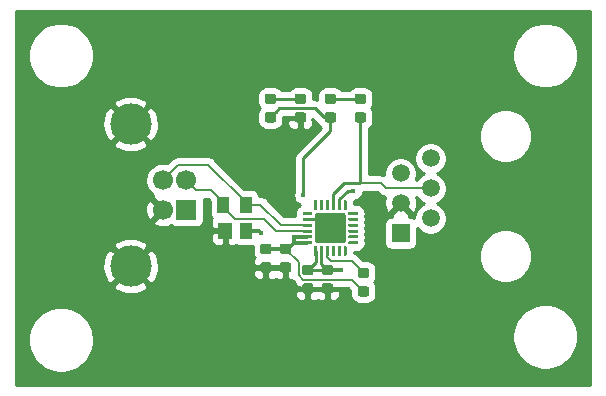
<source format=gbr>
G04 #@! TF.GenerationSoftware,KiCad,Pcbnew,(5.1.2)-2*
G04 #@! TF.CreationDate,2020-04-12T20:05:53-04:00*
G04 #@! TF.ProjectId,usb-serial-interface,7573622d-7365-4726-9961-6c2d696e7465,rev?*
G04 #@! TF.SameCoordinates,Original*
G04 #@! TF.FileFunction,Copper,L1,Top*
G04 #@! TF.FilePolarity,Positive*
%FSLAX46Y46*%
G04 Gerber Fmt 4.6, Leading zero omitted, Abs format (unit mm)*
G04 Created by KiCad (PCBNEW (5.1.2)-2) date 2020-04-12 20:05:53*
%MOMM*%
%LPD*%
G04 APERTURE LIST*
%ADD10R,1.200000X1.400000*%
%ADD11R,1.000000X1.400000*%
%ADD12C,0.100000*%
%ADD13C,0.875000*%
%ADD14C,3.500000*%
%ADD15C,1.700000*%
%ADD16R,1.700000X1.700000*%
%ADD17R,1.520000X1.520000*%
%ADD18C,1.520000*%
%ADD19C,2.600000*%
%ADD20C,0.250000*%
%ADD21C,0.450000*%
%ADD22C,0.254000*%
%ADD23C,0.304800*%
%ADD24C,0.203200*%
G04 APERTURE END LIST*
D10*
X97782000Y-83396000D03*
D11*
X99502000Y-83396000D03*
X99502000Y-81196000D03*
X97602000Y-81196000D03*
D12*
G36*
X106957691Y-71801053D02*
G01*
X106978926Y-71804203D01*
X106999750Y-71809419D01*
X107019962Y-71816651D01*
X107039368Y-71825830D01*
X107057781Y-71836866D01*
X107075024Y-71849654D01*
X107090930Y-71864070D01*
X107105346Y-71879976D01*
X107118134Y-71897219D01*
X107129170Y-71915632D01*
X107138349Y-71935038D01*
X107145581Y-71955250D01*
X107150797Y-71976074D01*
X107153947Y-71997309D01*
X107155000Y-72018750D01*
X107155000Y-72456250D01*
X107153947Y-72477691D01*
X107150797Y-72498926D01*
X107145581Y-72519750D01*
X107138349Y-72539962D01*
X107129170Y-72559368D01*
X107118134Y-72577781D01*
X107105346Y-72595024D01*
X107090930Y-72610930D01*
X107075024Y-72625346D01*
X107057781Y-72638134D01*
X107039368Y-72649170D01*
X107019962Y-72658349D01*
X106999750Y-72665581D01*
X106978926Y-72670797D01*
X106957691Y-72673947D01*
X106936250Y-72675000D01*
X106423750Y-72675000D01*
X106402309Y-72673947D01*
X106381074Y-72670797D01*
X106360250Y-72665581D01*
X106340038Y-72658349D01*
X106320632Y-72649170D01*
X106302219Y-72638134D01*
X106284976Y-72625346D01*
X106269070Y-72610930D01*
X106254654Y-72595024D01*
X106241866Y-72577781D01*
X106230830Y-72559368D01*
X106221651Y-72539962D01*
X106214419Y-72519750D01*
X106209203Y-72498926D01*
X106206053Y-72477691D01*
X106205000Y-72456250D01*
X106205000Y-72018750D01*
X106206053Y-71997309D01*
X106209203Y-71976074D01*
X106214419Y-71955250D01*
X106221651Y-71935038D01*
X106230830Y-71915632D01*
X106241866Y-71897219D01*
X106254654Y-71879976D01*
X106269070Y-71864070D01*
X106284976Y-71849654D01*
X106302219Y-71836866D01*
X106320632Y-71825830D01*
X106340038Y-71816651D01*
X106360250Y-71809419D01*
X106381074Y-71804203D01*
X106402309Y-71801053D01*
X106423750Y-71800000D01*
X106936250Y-71800000D01*
X106957691Y-71801053D01*
X106957691Y-71801053D01*
G37*
D13*
X106680000Y-72237500D03*
D12*
G36*
X106957691Y-73376053D02*
G01*
X106978926Y-73379203D01*
X106999750Y-73384419D01*
X107019962Y-73391651D01*
X107039368Y-73400830D01*
X107057781Y-73411866D01*
X107075024Y-73424654D01*
X107090930Y-73439070D01*
X107105346Y-73454976D01*
X107118134Y-73472219D01*
X107129170Y-73490632D01*
X107138349Y-73510038D01*
X107145581Y-73530250D01*
X107150797Y-73551074D01*
X107153947Y-73572309D01*
X107155000Y-73593750D01*
X107155000Y-74031250D01*
X107153947Y-74052691D01*
X107150797Y-74073926D01*
X107145581Y-74094750D01*
X107138349Y-74114962D01*
X107129170Y-74134368D01*
X107118134Y-74152781D01*
X107105346Y-74170024D01*
X107090930Y-74185930D01*
X107075024Y-74200346D01*
X107057781Y-74213134D01*
X107039368Y-74224170D01*
X107019962Y-74233349D01*
X106999750Y-74240581D01*
X106978926Y-74245797D01*
X106957691Y-74248947D01*
X106936250Y-74250000D01*
X106423750Y-74250000D01*
X106402309Y-74248947D01*
X106381074Y-74245797D01*
X106360250Y-74240581D01*
X106340038Y-74233349D01*
X106320632Y-74224170D01*
X106302219Y-74213134D01*
X106284976Y-74200346D01*
X106269070Y-74185930D01*
X106254654Y-74170024D01*
X106241866Y-74152781D01*
X106230830Y-74134368D01*
X106221651Y-74114962D01*
X106214419Y-74094750D01*
X106209203Y-74073926D01*
X106206053Y-74052691D01*
X106205000Y-74031250D01*
X106205000Y-73593750D01*
X106206053Y-73572309D01*
X106209203Y-73551074D01*
X106214419Y-73530250D01*
X106221651Y-73510038D01*
X106230830Y-73490632D01*
X106241866Y-73472219D01*
X106254654Y-73454976D01*
X106269070Y-73439070D01*
X106284976Y-73424654D01*
X106302219Y-73411866D01*
X106320632Y-73400830D01*
X106340038Y-73391651D01*
X106360250Y-73384419D01*
X106381074Y-73379203D01*
X106402309Y-73376053D01*
X106423750Y-73375000D01*
X106936250Y-73375000D01*
X106957691Y-73376053D01*
X106957691Y-73376053D01*
G37*
D13*
X106680000Y-73812500D03*
D12*
G36*
X101877691Y-73376053D02*
G01*
X101898926Y-73379203D01*
X101919750Y-73384419D01*
X101939962Y-73391651D01*
X101959368Y-73400830D01*
X101977781Y-73411866D01*
X101995024Y-73424654D01*
X102010930Y-73439070D01*
X102025346Y-73454976D01*
X102038134Y-73472219D01*
X102049170Y-73490632D01*
X102058349Y-73510038D01*
X102065581Y-73530250D01*
X102070797Y-73551074D01*
X102073947Y-73572309D01*
X102075000Y-73593750D01*
X102075000Y-74031250D01*
X102073947Y-74052691D01*
X102070797Y-74073926D01*
X102065581Y-74094750D01*
X102058349Y-74114962D01*
X102049170Y-74134368D01*
X102038134Y-74152781D01*
X102025346Y-74170024D01*
X102010930Y-74185930D01*
X101995024Y-74200346D01*
X101977781Y-74213134D01*
X101959368Y-74224170D01*
X101939962Y-74233349D01*
X101919750Y-74240581D01*
X101898926Y-74245797D01*
X101877691Y-74248947D01*
X101856250Y-74250000D01*
X101343750Y-74250000D01*
X101322309Y-74248947D01*
X101301074Y-74245797D01*
X101280250Y-74240581D01*
X101260038Y-74233349D01*
X101240632Y-74224170D01*
X101222219Y-74213134D01*
X101204976Y-74200346D01*
X101189070Y-74185930D01*
X101174654Y-74170024D01*
X101161866Y-74152781D01*
X101150830Y-74134368D01*
X101141651Y-74114962D01*
X101134419Y-74094750D01*
X101129203Y-74073926D01*
X101126053Y-74052691D01*
X101125000Y-74031250D01*
X101125000Y-73593750D01*
X101126053Y-73572309D01*
X101129203Y-73551074D01*
X101134419Y-73530250D01*
X101141651Y-73510038D01*
X101150830Y-73490632D01*
X101161866Y-73472219D01*
X101174654Y-73454976D01*
X101189070Y-73439070D01*
X101204976Y-73424654D01*
X101222219Y-73411866D01*
X101240632Y-73400830D01*
X101260038Y-73391651D01*
X101280250Y-73384419D01*
X101301074Y-73379203D01*
X101322309Y-73376053D01*
X101343750Y-73375000D01*
X101856250Y-73375000D01*
X101877691Y-73376053D01*
X101877691Y-73376053D01*
G37*
D13*
X101600000Y-73812500D03*
D12*
G36*
X101877691Y-71801053D02*
G01*
X101898926Y-71804203D01*
X101919750Y-71809419D01*
X101939962Y-71816651D01*
X101959368Y-71825830D01*
X101977781Y-71836866D01*
X101995024Y-71849654D01*
X102010930Y-71864070D01*
X102025346Y-71879976D01*
X102038134Y-71897219D01*
X102049170Y-71915632D01*
X102058349Y-71935038D01*
X102065581Y-71955250D01*
X102070797Y-71976074D01*
X102073947Y-71997309D01*
X102075000Y-72018750D01*
X102075000Y-72456250D01*
X102073947Y-72477691D01*
X102070797Y-72498926D01*
X102065581Y-72519750D01*
X102058349Y-72539962D01*
X102049170Y-72559368D01*
X102038134Y-72577781D01*
X102025346Y-72595024D01*
X102010930Y-72610930D01*
X101995024Y-72625346D01*
X101977781Y-72638134D01*
X101959368Y-72649170D01*
X101939962Y-72658349D01*
X101919750Y-72665581D01*
X101898926Y-72670797D01*
X101877691Y-72673947D01*
X101856250Y-72675000D01*
X101343750Y-72675000D01*
X101322309Y-72673947D01*
X101301074Y-72670797D01*
X101280250Y-72665581D01*
X101260038Y-72658349D01*
X101240632Y-72649170D01*
X101222219Y-72638134D01*
X101204976Y-72625346D01*
X101189070Y-72610930D01*
X101174654Y-72595024D01*
X101161866Y-72577781D01*
X101150830Y-72559368D01*
X101141651Y-72539962D01*
X101134419Y-72519750D01*
X101129203Y-72498926D01*
X101126053Y-72477691D01*
X101125000Y-72456250D01*
X101125000Y-72018750D01*
X101126053Y-71997309D01*
X101129203Y-71976074D01*
X101134419Y-71955250D01*
X101141651Y-71935038D01*
X101150830Y-71915632D01*
X101161866Y-71897219D01*
X101174654Y-71879976D01*
X101189070Y-71864070D01*
X101204976Y-71849654D01*
X101222219Y-71836866D01*
X101240632Y-71825830D01*
X101260038Y-71816651D01*
X101280250Y-71809419D01*
X101301074Y-71804203D01*
X101322309Y-71801053D01*
X101343750Y-71800000D01*
X101856250Y-71800000D01*
X101877691Y-71801053D01*
X101877691Y-71801053D01*
G37*
D13*
X101600000Y-72237500D03*
D14*
X89778000Y-74365000D03*
X89778000Y-86405000D03*
D15*
X92488000Y-81635000D03*
X92488000Y-79135000D03*
X94488000Y-79135000D03*
D16*
X94488000Y-81635000D03*
D17*
X112625000Y-83635000D03*
D18*
X115165000Y-82365000D03*
X112625000Y-81095000D03*
X115165000Y-79825000D03*
X112625000Y-78555000D03*
X115165000Y-77285000D03*
D12*
G36*
X109751691Y-88108053D02*
G01*
X109772926Y-88111203D01*
X109793750Y-88116419D01*
X109813962Y-88123651D01*
X109833368Y-88132830D01*
X109851781Y-88143866D01*
X109869024Y-88156654D01*
X109884930Y-88171070D01*
X109899346Y-88186976D01*
X109912134Y-88204219D01*
X109923170Y-88222632D01*
X109932349Y-88242038D01*
X109939581Y-88262250D01*
X109944797Y-88283074D01*
X109947947Y-88304309D01*
X109949000Y-88325750D01*
X109949000Y-88763250D01*
X109947947Y-88784691D01*
X109944797Y-88805926D01*
X109939581Y-88826750D01*
X109932349Y-88846962D01*
X109923170Y-88866368D01*
X109912134Y-88884781D01*
X109899346Y-88902024D01*
X109884930Y-88917930D01*
X109869024Y-88932346D01*
X109851781Y-88945134D01*
X109833368Y-88956170D01*
X109813962Y-88965349D01*
X109793750Y-88972581D01*
X109772926Y-88977797D01*
X109751691Y-88980947D01*
X109730250Y-88982000D01*
X109217750Y-88982000D01*
X109196309Y-88980947D01*
X109175074Y-88977797D01*
X109154250Y-88972581D01*
X109134038Y-88965349D01*
X109114632Y-88956170D01*
X109096219Y-88945134D01*
X109078976Y-88932346D01*
X109063070Y-88917930D01*
X109048654Y-88902024D01*
X109035866Y-88884781D01*
X109024830Y-88866368D01*
X109015651Y-88846962D01*
X109008419Y-88826750D01*
X109003203Y-88805926D01*
X109000053Y-88784691D01*
X108999000Y-88763250D01*
X108999000Y-88325750D01*
X109000053Y-88304309D01*
X109003203Y-88283074D01*
X109008419Y-88262250D01*
X109015651Y-88242038D01*
X109024830Y-88222632D01*
X109035866Y-88204219D01*
X109048654Y-88186976D01*
X109063070Y-88171070D01*
X109078976Y-88156654D01*
X109096219Y-88143866D01*
X109114632Y-88132830D01*
X109134038Y-88123651D01*
X109154250Y-88116419D01*
X109175074Y-88111203D01*
X109196309Y-88108053D01*
X109217750Y-88107000D01*
X109730250Y-88107000D01*
X109751691Y-88108053D01*
X109751691Y-88108053D01*
G37*
D13*
X109474000Y-88544500D03*
D12*
G36*
X109751691Y-86533053D02*
G01*
X109772926Y-86536203D01*
X109793750Y-86541419D01*
X109813962Y-86548651D01*
X109833368Y-86557830D01*
X109851781Y-86568866D01*
X109869024Y-86581654D01*
X109884930Y-86596070D01*
X109899346Y-86611976D01*
X109912134Y-86629219D01*
X109923170Y-86647632D01*
X109932349Y-86667038D01*
X109939581Y-86687250D01*
X109944797Y-86708074D01*
X109947947Y-86729309D01*
X109949000Y-86750750D01*
X109949000Y-87188250D01*
X109947947Y-87209691D01*
X109944797Y-87230926D01*
X109939581Y-87251750D01*
X109932349Y-87271962D01*
X109923170Y-87291368D01*
X109912134Y-87309781D01*
X109899346Y-87327024D01*
X109884930Y-87342930D01*
X109869024Y-87357346D01*
X109851781Y-87370134D01*
X109833368Y-87381170D01*
X109813962Y-87390349D01*
X109793750Y-87397581D01*
X109772926Y-87402797D01*
X109751691Y-87405947D01*
X109730250Y-87407000D01*
X109217750Y-87407000D01*
X109196309Y-87405947D01*
X109175074Y-87402797D01*
X109154250Y-87397581D01*
X109134038Y-87390349D01*
X109114632Y-87381170D01*
X109096219Y-87370134D01*
X109078976Y-87357346D01*
X109063070Y-87342930D01*
X109048654Y-87327024D01*
X109035866Y-87309781D01*
X109024830Y-87291368D01*
X109015651Y-87271962D01*
X109008419Y-87251750D01*
X109003203Y-87230926D01*
X109000053Y-87209691D01*
X108999000Y-87188250D01*
X108999000Y-86750750D01*
X109000053Y-86729309D01*
X109003203Y-86708074D01*
X109008419Y-86687250D01*
X109015651Y-86667038D01*
X109024830Y-86647632D01*
X109035866Y-86629219D01*
X109048654Y-86611976D01*
X109063070Y-86596070D01*
X109078976Y-86581654D01*
X109096219Y-86568866D01*
X109114632Y-86557830D01*
X109134038Y-86548651D01*
X109154250Y-86541419D01*
X109175074Y-86536203D01*
X109196309Y-86533053D01*
X109217750Y-86532000D01*
X109730250Y-86532000D01*
X109751691Y-86533053D01*
X109751691Y-86533053D01*
G37*
D13*
X109474000Y-86969500D03*
D12*
G36*
X109497691Y-71801053D02*
G01*
X109518926Y-71804203D01*
X109539750Y-71809419D01*
X109559962Y-71816651D01*
X109579368Y-71825830D01*
X109597781Y-71836866D01*
X109615024Y-71849654D01*
X109630930Y-71864070D01*
X109645346Y-71879976D01*
X109658134Y-71897219D01*
X109669170Y-71915632D01*
X109678349Y-71935038D01*
X109685581Y-71955250D01*
X109690797Y-71976074D01*
X109693947Y-71997309D01*
X109695000Y-72018750D01*
X109695000Y-72456250D01*
X109693947Y-72477691D01*
X109690797Y-72498926D01*
X109685581Y-72519750D01*
X109678349Y-72539962D01*
X109669170Y-72559368D01*
X109658134Y-72577781D01*
X109645346Y-72595024D01*
X109630930Y-72610930D01*
X109615024Y-72625346D01*
X109597781Y-72638134D01*
X109579368Y-72649170D01*
X109559962Y-72658349D01*
X109539750Y-72665581D01*
X109518926Y-72670797D01*
X109497691Y-72673947D01*
X109476250Y-72675000D01*
X108963750Y-72675000D01*
X108942309Y-72673947D01*
X108921074Y-72670797D01*
X108900250Y-72665581D01*
X108880038Y-72658349D01*
X108860632Y-72649170D01*
X108842219Y-72638134D01*
X108824976Y-72625346D01*
X108809070Y-72610930D01*
X108794654Y-72595024D01*
X108781866Y-72577781D01*
X108770830Y-72559368D01*
X108761651Y-72539962D01*
X108754419Y-72519750D01*
X108749203Y-72498926D01*
X108746053Y-72477691D01*
X108745000Y-72456250D01*
X108745000Y-72018750D01*
X108746053Y-71997309D01*
X108749203Y-71976074D01*
X108754419Y-71955250D01*
X108761651Y-71935038D01*
X108770830Y-71915632D01*
X108781866Y-71897219D01*
X108794654Y-71879976D01*
X108809070Y-71864070D01*
X108824976Y-71849654D01*
X108842219Y-71836866D01*
X108860632Y-71825830D01*
X108880038Y-71816651D01*
X108900250Y-71809419D01*
X108921074Y-71804203D01*
X108942309Y-71801053D01*
X108963750Y-71800000D01*
X109476250Y-71800000D01*
X109497691Y-71801053D01*
X109497691Y-71801053D01*
G37*
D13*
X109220000Y-72237500D03*
D12*
G36*
X109497691Y-73376053D02*
G01*
X109518926Y-73379203D01*
X109539750Y-73384419D01*
X109559962Y-73391651D01*
X109579368Y-73400830D01*
X109597781Y-73411866D01*
X109615024Y-73424654D01*
X109630930Y-73439070D01*
X109645346Y-73454976D01*
X109658134Y-73472219D01*
X109669170Y-73490632D01*
X109678349Y-73510038D01*
X109685581Y-73530250D01*
X109690797Y-73551074D01*
X109693947Y-73572309D01*
X109695000Y-73593750D01*
X109695000Y-74031250D01*
X109693947Y-74052691D01*
X109690797Y-74073926D01*
X109685581Y-74094750D01*
X109678349Y-74114962D01*
X109669170Y-74134368D01*
X109658134Y-74152781D01*
X109645346Y-74170024D01*
X109630930Y-74185930D01*
X109615024Y-74200346D01*
X109597781Y-74213134D01*
X109579368Y-74224170D01*
X109559962Y-74233349D01*
X109539750Y-74240581D01*
X109518926Y-74245797D01*
X109497691Y-74248947D01*
X109476250Y-74250000D01*
X108963750Y-74250000D01*
X108942309Y-74248947D01*
X108921074Y-74245797D01*
X108900250Y-74240581D01*
X108880038Y-74233349D01*
X108860632Y-74224170D01*
X108842219Y-74213134D01*
X108824976Y-74200346D01*
X108809070Y-74185930D01*
X108794654Y-74170024D01*
X108781866Y-74152781D01*
X108770830Y-74134368D01*
X108761651Y-74114962D01*
X108754419Y-74094750D01*
X108749203Y-74073926D01*
X108746053Y-74052691D01*
X108745000Y-74031250D01*
X108745000Y-73593750D01*
X108746053Y-73572309D01*
X108749203Y-73551074D01*
X108754419Y-73530250D01*
X108761651Y-73510038D01*
X108770830Y-73490632D01*
X108781866Y-73472219D01*
X108794654Y-73454976D01*
X108809070Y-73439070D01*
X108824976Y-73424654D01*
X108842219Y-73411866D01*
X108860632Y-73400830D01*
X108880038Y-73391651D01*
X108900250Y-73384419D01*
X108921074Y-73379203D01*
X108942309Y-73376053D01*
X108963750Y-73375000D01*
X109476250Y-73375000D01*
X109497691Y-73376053D01*
X109497691Y-73376053D01*
G37*
D13*
X109220000Y-73812500D03*
D12*
G36*
X104417691Y-73376053D02*
G01*
X104438926Y-73379203D01*
X104459750Y-73384419D01*
X104479962Y-73391651D01*
X104499368Y-73400830D01*
X104517781Y-73411866D01*
X104535024Y-73424654D01*
X104550930Y-73439070D01*
X104565346Y-73454976D01*
X104578134Y-73472219D01*
X104589170Y-73490632D01*
X104598349Y-73510038D01*
X104605581Y-73530250D01*
X104610797Y-73551074D01*
X104613947Y-73572309D01*
X104615000Y-73593750D01*
X104615000Y-74031250D01*
X104613947Y-74052691D01*
X104610797Y-74073926D01*
X104605581Y-74094750D01*
X104598349Y-74114962D01*
X104589170Y-74134368D01*
X104578134Y-74152781D01*
X104565346Y-74170024D01*
X104550930Y-74185930D01*
X104535024Y-74200346D01*
X104517781Y-74213134D01*
X104499368Y-74224170D01*
X104479962Y-74233349D01*
X104459750Y-74240581D01*
X104438926Y-74245797D01*
X104417691Y-74248947D01*
X104396250Y-74250000D01*
X103883750Y-74250000D01*
X103862309Y-74248947D01*
X103841074Y-74245797D01*
X103820250Y-74240581D01*
X103800038Y-74233349D01*
X103780632Y-74224170D01*
X103762219Y-74213134D01*
X103744976Y-74200346D01*
X103729070Y-74185930D01*
X103714654Y-74170024D01*
X103701866Y-74152781D01*
X103690830Y-74134368D01*
X103681651Y-74114962D01*
X103674419Y-74094750D01*
X103669203Y-74073926D01*
X103666053Y-74052691D01*
X103665000Y-74031250D01*
X103665000Y-73593750D01*
X103666053Y-73572309D01*
X103669203Y-73551074D01*
X103674419Y-73530250D01*
X103681651Y-73510038D01*
X103690830Y-73490632D01*
X103701866Y-73472219D01*
X103714654Y-73454976D01*
X103729070Y-73439070D01*
X103744976Y-73424654D01*
X103762219Y-73411866D01*
X103780632Y-73400830D01*
X103800038Y-73391651D01*
X103820250Y-73384419D01*
X103841074Y-73379203D01*
X103862309Y-73376053D01*
X103883750Y-73375000D01*
X104396250Y-73375000D01*
X104417691Y-73376053D01*
X104417691Y-73376053D01*
G37*
D13*
X104140000Y-73812500D03*
D12*
G36*
X104417691Y-71801053D02*
G01*
X104438926Y-71804203D01*
X104459750Y-71809419D01*
X104479962Y-71816651D01*
X104499368Y-71825830D01*
X104517781Y-71836866D01*
X104535024Y-71849654D01*
X104550930Y-71864070D01*
X104565346Y-71879976D01*
X104578134Y-71897219D01*
X104589170Y-71915632D01*
X104598349Y-71935038D01*
X104605581Y-71955250D01*
X104610797Y-71976074D01*
X104613947Y-71997309D01*
X104615000Y-72018750D01*
X104615000Y-72456250D01*
X104613947Y-72477691D01*
X104610797Y-72498926D01*
X104605581Y-72519750D01*
X104598349Y-72539962D01*
X104589170Y-72559368D01*
X104578134Y-72577781D01*
X104565346Y-72595024D01*
X104550930Y-72610930D01*
X104535024Y-72625346D01*
X104517781Y-72638134D01*
X104499368Y-72649170D01*
X104479962Y-72658349D01*
X104459750Y-72665581D01*
X104438926Y-72670797D01*
X104417691Y-72673947D01*
X104396250Y-72675000D01*
X103883750Y-72675000D01*
X103862309Y-72673947D01*
X103841074Y-72670797D01*
X103820250Y-72665581D01*
X103800038Y-72658349D01*
X103780632Y-72649170D01*
X103762219Y-72638134D01*
X103744976Y-72625346D01*
X103729070Y-72610930D01*
X103714654Y-72595024D01*
X103701866Y-72577781D01*
X103690830Y-72559368D01*
X103681651Y-72539962D01*
X103674419Y-72519750D01*
X103669203Y-72498926D01*
X103666053Y-72477691D01*
X103665000Y-72456250D01*
X103665000Y-72018750D01*
X103666053Y-71997309D01*
X103669203Y-71976074D01*
X103674419Y-71955250D01*
X103681651Y-71935038D01*
X103690830Y-71915632D01*
X103701866Y-71897219D01*
X103714654Y-71879976D01*
X103729070Y-71864070D01*
X103744976Y-71849654D01*
X103762219Y-71836866D01*
X103780632Y-71825830D01*
X103800038Y-71816651D01*
X103820250Y-71809419D01*
X103841074Y-71804203D01*
X103862309Y-71801053D01*
X103883750Y-71800000D01*
X104396250Y-71800000D01*
X104417691Y-71801053D01*
X104417691Y-71801053D01*
G37*
D13*
X104140000Y-72237500D03*
D12*
G36*
X107754504Y-81886204D02*
G01*
X107778773Y-81889804D01*
X107802571Y-81895765D01*
X107825671Y-81904030D01*
X107847849Y-81914520D01*
X107868893Y-81927133D01*
X107888598Y-81941747D01*
X107906777Y-81958223D01*
X107923253Y-81976402D01*
X107937867Y-81996107D01*
X107950480Y-82017151D01*
X107960970Y-82039329D01*
X107969235Y-82062429D01*
X107975196Y-82086227D01*
X107978796Y-82110496D01*
X107980000Y-82135000D01*
X107980000Y-84235000D01*
X107978796Y-84259504D01*
X107975196Y-84283773D01*
X107969235Y-84307571D01*
X107960970Y-84330671D01*
X107950480Y-84352849D01*
X107937867Y-84373893D01*
X107923253Y-84393598D01*
X107906777Y-84411777D01*
X107888598Y-84428253D01*
X107868893Y-84442867D01*
X107847849Y-84455480D01*
X107825671Y-84465970D01*
X107802571Y-84474235D01*
X107778773Y-84480196D01*
X107754504Y-84483796D01*
X107730000Y-84485000D01*
X105630000Y-84485000D01*
X105605496Y-84483796D01*
X105581227Y-84480196D01*
X105557429Y-84474235D01*
X105534329Y-84465970D01*
X105512151Y-84455480D01*
X105491107Y-84442867D01*
X105471402Y-84428253D01*
X105453223Y-84411777D01*
X105436747Y-84393598D01*
X105422133Y-84373893D01*
X105409520Y-84352849D01*
X105399030Y-84330671D01*
X105390765Y-84307571D01*
X105384804Y-84283773D01*
X105381204Y-84259504D01*
X105380000Y-84235000D01*
X105380000Y-82135000D01*
X105381204Y-82110496D01*
X105384804Y-82086227D01*
X105390765Y-82062429D01*
X105399030Y-82039329D01*
X105409520Y-82017151D01*
X105422133Y-81996107D01*
X105436747Y-81976402D01*
X105453223Y-81958223D01*
X105471402Y-81941747D01*
X105491107Y-81927133D01*
X105512151Y-81914520D01*
X105534329Y-81904030D01*
X105557429Y-81895765D01*
X105581227Y-81889804D01*
X105605496Y-81886204D01*
X105630000Y-81885000D01*
X107730000Y-81885000D01*
X107754504Y-81886204D01*
X107754504Y-81886204D01*
G37*
D19*
X106680000Y-83185000D03*
D12*
G36*
X105098626Y-81810301D02*
G01*
X105104693Y-81811201D01*
X105110643Y-81812691D01*
X105116418Y-81814758D01*
X105121962Y-81817380D01*
X105127223Y-81820533D01*
X105132150Y-81824187D01*
X105136694Y-81828306D01*
X105140813Y-81832850D01*
X105144467Y-81837777D01*
X105147620Y-81843038D01*
X105150242Y-81848582D01*
X105152309Y-81854357D01*
X105153799Y-81860307D01*
X105154699Y-81866374D01*
X105155000Y-81872500D01*
X105155000Y-81997500D01*
X105154699Y-82003626D01*
X105153799Y-82009693D01*
X105152309Y-82015643D01*
X105150242Y-82021418D01*
X105147620Y-82026962D01*
X105144467Y-82032223D01*
X105140813Y-82037150D01*
X105136694Y-82041694D01*
X105132150Y-82045813D01*
X105127223Y-82049467D01*
X105121962Y-82052620D01*
X105116418Y-82055242D01*
X105110643Y-82057309D01*
X105104693Y-82058799D01*
X105098626Y-82059699D01*
X105092500Y-82060000D01*
X104392500Y-82060000D01*
X104386374Y-82059699D01*
X104380307Y-82058799D01*
X104374357Y-82057309D01*
X104368582Y-82055242D01*
X104363038Y-82052620D01*
X104357777Y-82049467D01*
X104352850Y-82045813D01*
X104348306Y-82041694D01*
X104344187Y-82037150D01*
X104340533Y-82032223D01*
X104337380Y-82026962D01*
X104334758Y-82021418D01*
X104332691Y-82015643D01*
X104331201Y-82009693D01*
X104330301Y-82003626D01*
X104330000Y-81997500D01*
X104330000Y-81872500D01*
X104330301Y-81866374D01*
X104331201Y-81860307D01*
X104332691Y-81854357D01*
X104334758Y-81848582D01*
X104337380Y-81843038D01*
X104340533Y-81837777D01*
X104344187Y-81832850D01*
X104348306Y-81828306D01*
X104352850Y-81824187D01*
X104357777Y-81820533D01*
X104363038Y-81817380D01*
X104368582Y-81814758D01*
X104374357Y-81812691D01*
X104380307Y-81811201D01*
X104386374Y-81810301D01*
X104392500Y-81810000D01*
X105092500Y-81810000D01*
X105098626Y-81810301D01*
X105098626Y-81810301D01*
G37*
D20*
X104742500Y-81935000D03*
D12*
G36*
X105098626Y-82310301D02*
G01*
X105104693Y-82311201D01*
X105110643Y-82312691D01*
X105116418Y-82314758D01*
X105121962Y-82317380D01*
X105127223Y-82320533D01*
X105132150Y-82324187D01*
X105136694Y-82328306D01*
X105140813Y-82332850D01*
X105144467Y-82337777D01*
X105147620Y-82343038D01*
X105150242Y-82348582D01*
X105152309Y-82354357D01*
X105153799Y-82360307D01*
X105154699Y-82366374D01*
X105155000Y-82372500D01*
X105155000Y-82497500D01*
X105154699Y-82503626D01*
X105153799Y-82509693D01*
X105152309Y-82515643D01*
X105150242Y-82521418D01*
X105147620Y-82526962D01*
X105144467Y-82532223D01*
X105140813Y-82537150D01*
X105136694Y-82541694D01*
X105132150Y-82545813D01*
X105127223Y-82549467D01*
X105121962Y-82552620D01*
X105116418Y-82555242D01*
X105110643Y-82557309D01*
X105104693Y-82558799D01*
X105098626Y-82559699D01*
X105092500Y-82560000D01*
X104392500Y-82560000D01*
X104386374Y-82559699D01*
X104380307Y-82558799D01*
X104374357Y-82557309D01*
X104368582Y-82555242D01*
X104363038Y-82552620D01*
X104357777Y-82549467D01*
X104352850Y-82545813D01*
X104348306Y-82541694D01*
X104344187Y-82537150D01*
X104340533Y-82532223D01*
X104337380Y-82526962D01*
X104334758Y-82521418D01*
X104332691Y-82515643D01*
X104331201Y-82509693D01*
X104330301Y-82503626D01*
X104330000Y-82497500D01*
X104330000Y-82372500D01*
X104330301Y-82366374D01*
X104331201Y-82360307D01*
X104332691Y-82354357D01*
X104334758Y-82348582D01*
X104337380Y-82343038D01*
X104340533Y-82337777D01*
X104344187Y-82332850D01*
X104348306Y-82328306D01*
X104352850Y-82324187D01*
X104357777Y-82320533D01*
X104363038Y-82317380D01*
X104368582Y-82314758D01*
X104374357Y-82312691D01*
X104380307Y-82311201D01*
X104386374Y-82310301D01*
X104392500Y-82310000D01*
X105092500Y-82310000D01*
X105098626Y-82310301D01*
X105098626Y-82310301D01*
G37*
D20*
X104742500Y-82435000D03*
D12*
G36*
X105098626Y-82810301D02*
G01*
X105104693Y-82811201D01*
X105110643Y-82812691D01*
X105116418Y-82814758D01*
X105121962Y-82817380D01*
X105127223Y-82820533D01*
X105132150Y-82824187D01*
X105136694Y-82828306D01*
X105140813Y-82832850D01*
X105144467Y-82837777D01*
X105147620Y-82843038D01*
X105150242Y-82848582D01*
X105152309Y-82854357D01*
X105153799Y-82860307D01*
X105154699Y-82866374D01*
X105155000Y-82872500D01*
X105155000Y-82997500D01*
X105154699Y-83003626D01*
X105153799Y-83009693D01*
X105152309Y-83015643D01*
X105150242Y-83021418D01*
X105147620Y-83026962D01*
X105144467Y-83032223D01*
X105140813Y-83037150D01*
X105136694Y-83041694D01*
X105132150Y-83045813D01*
X105127223Y-83049467D01*
X105121962Y-83052620D01*
X105116418Y-83055242D01*
X105110643Y-83057309D01*
X105104693Y-83058799D01*
X105098626Y-83059699D01*
X105092500Y-83060000D01*
X104392500Y-83060000D01*
X104386374Y-83059699D01*
X104380307Y-83058799D01*
X104374357Y-83057309D01*
X104368582Y-83055242D01*
X104363038Y-83052620D01*
X104357777Y-83049467D01*
X104352850Y-83045813D01*
X104348306Y-83041694D01*
X104344187Y-83037150D01*
X104340533Y-83032223D01*
X104337380Y-83026962D01*
X104334758Y-83021418D01*
X104332691Y-83015643D01*
X104331201Y-83009693D01*
X104330301Y-83003626D01*
X104330000Y-82997500D01*
X104330000Y-82872500D01*
X104330301Y-82866374D01*
X104331201Y-82860307D01*
X104332691Y-82854357D01*
X104334758Y-82848582D01*
X104337380Y-82843038D01*
X104340533Y-82837777D01*
X104344187Y-82832850D01*
X104348306Y-82828306D01*
X104352850Y-82824187D01*
X104357777Y-82820533D01*
X104363038Y-82817380D01*
X104368582Y-82814758D01*
X104374357Y-82812691D01*
X104380307Y-82811201D01*
X104386374Y-82810301D01*
X104392500Y-82810000D01*
X105092500Y-82810000D01*
X105098626Y-82810301D01*
X105098626Y-82810301D01*
G37*
D20*
X104742500Y-82935000D03*
D12*
G36*
X105098626Y-83310301D02*
G01*
X105104693Y-83311201D01*
X105110643Y-83312691D01*
X105116418Y-83314758D01*
X105121962Y-83317380D01*
X105127223Y-83320533D01*
X105132150Y-83324187D01*
X105136694Y-83328306D01*
X105140813Y-83332850D01*
X105144467Y-83337777D01*
X105147620Y-83343038D01*
X105150242Y-83348582D01*
X105152309Y-83354357D01*
X105153799Y-83360307D01*
X105154699Y-83366374D01*
X105155000Y-83372500D01*
X105155000Y-83497500D01*
X105154699Y-83503626D01*
X105153799Y-83509693D01*
X105152309Y-83515643D01*
X105150242Y-83521418D01*
X105147620Y-83526962D01*
X105144467Y-83532223D01*
X105140813Y-83537150D01*
X105136694Y-83541694D01*
X105132150Y-83545813D01*
X105127223Y-83549467D01*
X105121962Y-83552620D01*
X105116418Y-83555242D01*
X105110643Y-83557309D01*
X105104693Y-83558799D01*
X105098626Y-83559699D01*
X105092500Y-83560000D01*
X104392500Y-83560000D01*
X104386374Y-83559699D01*
X104380307Y-83558799D01*
X104374357Y-83557309D01*
X104368582Y-83555242D01*
X104363038Y-83552620D01*
X104357777Y-83549467D01*
X104352850Y-83545813D01*
X104348306Y-83541694D01*
X104344187Y-83537150D01*
X104340533Y-83532223D01*
X104337380Y-83526962D01*
X104334758Y-83521418D01*
X104332691Y-83515643D01*
X104331201Y-83509693D01*
X104330301Y-83503626D01*
X104330000Y-83497500D01*
X104330000Y-83372500D01*
X104330301Y-83366374D01*
X104331201Y-83360307D01*
X104332691Y-83354357D01*
X104334758Y-83348582D01*
X104337380Y-83343038D01*
X104340533Y-83337777D01*
X104344187Y-83332850D01*
X104348306Y-83328306D01*
X104352850Y-83324187D01*
X104357777Y-83320533D01*
X104363038Y-83317380D01*
X104368582Y-83314758D01*
X104374357Y-83312691D01*
X104380307Y-83311201D01*
X104386374Y-83310301D01*
X104392500Y-83310000D01*
X105092500Y-83310000D01*
X105098626Y-83310301D01*
X105098626Y-83310301D01*
G37*
D20*
X104742500Y-83435000D03*
D12*
G36*
X105098626Y-83810301D02*
G01*
X105104693Y-83811201D01*
X105110643Y-83812691D01*
X105116418Y-83814758D01*
X105121962Y-83817380D01*
X105127223Y-83820533D01*
X105132150Y-83824187D01*
X105136694Y-83828306D01*
X105140813Y-83832850D01*
X105144467Y-83837777D01*
X105147620Y-83843038D01*
X105150242Y-83848582D01*
X105152309Y-83854357D01*
X105153799Y-83860307D01*
X105154699Y-83866374D01*
X105155000Y-83872500D01*
X105155000Y-83997500D01*
X105154699Y-84003626D01*
X105153799Y-84009693D01*
X105152309Y-84015643D01*
X105150242Y-84021418D01*
X105147620Y-84026962D01*
X105144467Y-84032223D01*
X105140813Y-84037150D01*
X105136694Y-84041694D01*
X105132150Y-84045813D01*
X105127223Y-84049467D01*
X105121962Y-84052620D01*
X105116418Y-84055242D01*
X105110643Y-84057309D01*
X105104693Y-84058799D01*
X105098626Y-84059699D01*
X105092500Y-84060000D01*
X104392500Y-84060000D01*
X104386374Y-84059699D01*
X104380307Y-84058799D01*
X104374357Y-84057309D01*
X104368582Y-84055242D01*
X104363038Y-84052620D01*
X104357777Y-84049467D01*
X104352850Y-84045813D01*
X104348306Y-84041694D01*
X104344187Y-84037150D01*
X104340533Y-84032223D01*
X104337380Y-84026962D01*
X104334758Y-84021418D01*
X104332691Y-84015643D01*
X104331201Y-84009693D01*
X104330301Y-84003626D01*
X104330000Y-83997500D01*
X104330000Y-83872500D01*
X104330301Y-83866374D01*
X104331201Y-83860307D01*
X104332691Y-83854357D01*
X104334758Y-83848582D01*
X104337380Y-83843038D01*
X104340533Y-83837777D01*
X104344187Y-83832850D01*
X104348306Y-83828306D01*
X104352850Y-83824187D01*
X104357777Y-83820533D01*
X104363038Y-83817380D01*
X104368582Y-83814758D01*
X104374357Y-83812691D01*
X104380307Y-83811201D01*
X104386374Y-83810301D01*
X104392500Y-83810000D01*
X105092500Y-83810000D01*
X105098626Y-83810301D01*
X105098626Y-83810301D01*
G37*
D20*
X104742500Y-83935000D03*
D12*
G36*
X105098626Y-84310301D02*
G01*
X105104693Y-84311201D01*
X105110643Y-84312691D01*
X105116418Y-84314758D01*
X105121962Y-84317380D01*
X105127223Y-84320533D01*
X105132150Y-84324187D01*
X105136694Y-84328306D01*
X105140813Y-84332850D01*
X105144467Y-84337777D01*
X105147620Y-84343038D01*
X105150242Y-84348582D01*
X105152309Y-84354357D01*
X105153799Y-84360307D01*
X105154699Y-84366374D01*
X105155000Y-84372500D01*
X105155000Y-84497500D01*
X105154699Y-84503626D01*
X105153799Y-84509693D01*
X105152309Y-84515643D01*
X105150242Y-84521418D01*
X105147620Y-84526962D01*
X105144467Y-84532223D01*
X105140813Y-84537150D01*
X105136694Y-84541694D01*
X105132150Y-84545813D01*
X105127223Y-84549467D01*
X105121962Y-84552620D01*
X105116418Y-84555242D01*
X105110643Y-84557309D01*
X105104693Y-84558799D01*
X105098626Y-84559699D01*
X105092500Y-84560000D01*
X104392500Y-84560000D01*
X104386374Y-84559699D01*
X104380307Y-84558799D01*
X104374357Y-84557309D01*
X104368582Y-84555242D01*
X104363038Y-84552620D01*
X104357777Y-84549467D01*
X104352850Y-84545813D01*
X104348306Y-84541694D01*
X104344187Y-84537150D01*
X104340533Y-84532223D01*
X104337380Y-84526962D01*
X104334758Y-84521418D01*
X104332691Y-84515643D01*
X104331201Y-84509693D01*
X104330301Y-84503626D01*
X104330000Y-84497500D01*
X104330000Y-84372500D01*
X104330301Y-84366374D01*
X104331201Y-84360307D01*
X104332691Y-84354357D01*
X104334758Y-84348582D01*
X104337380Y-84343038D01*
X104340533Y-84337777D01*
X104344187Y-84332850D01*
X104348306Y-84328306D01*
X104352850Y-84324187D01*
X104357777Y-84320533D01*
X104363038Y-84317380D01*
X104368582Y-84314758D01*
X104374357Y-84312691D01*
X104380307Y-84311201D01*
X104386374Y-84310301D01*
X104392500Y-84310000D01*
X105092500Y-84310000D01*
X105098626Y-84310301D01*
X105098626Y-84310301D01*
G37*
D20*
X104742500Y-84435000D03*
D12*
G36*
X105498626Y-84710301D02*
G01*
X105504693Y-84711201D01*
X105510643Y-84712691D01*
X105516418Y-84714758D01*
X105521962Y-84717380D01*
X105527223Y-84720533D01*
X105532150Y-84724187D01*
X105536694Y-84728306D01*
X105540813Y-84732850D01*
X105544467Y-84737777D01*
X105547620Y-84743038D01*
X105550242Y-84748582D01*
X105552309Y-84754357D01*
X105553799Y-84760307D01*
X105554699Y-84766374D01*
X105555000Y-84772500D01*
X105555000Y-85472500D01*
X105554699Y-85478626D01*
X105553799Y-85484693D01*
X105552309Y-85490643D01*
X105550242Y-85496418D01*
X105547620Y-85501962D01*
X105544467Y-85507223D01*
X105540813Y-85512150D01*
X105536694Y-85516694D01*
X105532150Y-85520813D01*
X105527223Y-85524467D01*
X105521962Y-85527620D01*
X105516418Y-85530242D01*
X105510643Y-85532309D01*
X105504693Y-85533799D01*
X105498626Y-85534699D01*
X105492500Y-85535000D01*
X105367500Y-85535000D01*
X105361374Y-85534699D01*
X105355307Y-85533799D01*
X105349357Y-85532309D01*
X105343582Y-85530242D01*
X105338038Y-85527620D01*
X105332777Y-85524467D01*
X105327850Y-85520813D01*
X105323306Y-85516694D01*
X105319187Y-85512150D01*
X105315533Y-85507223D01*
X105312380Y-85501962D01*
X105309758Y-85496418D01*
X105307691Y-85490643D01*
X105306201Y-85484693D01*
X105305301Y-85478626D01*
X105305000Y-85472500D01*
X105305000Y-84772500D01*
X105305301Y-84766374D01*
X105306201Y-84760307D01*
X105307691Y-84754357D01*
X105309758Y-84748582D01*
X105312380Y-84743038D01*
X105315533Y-84737777D01*
X105319187Y-84732850D01*
X105323306Y-84728306D01*
X105327850Y-84724187D01*
X105332777Y-84720533D01*
X105338038Y-84717380D01*
X105343582Y-84714758D01*
X105349357Y-84712691D01*
X105355307Y-84711201D01*
X105361374Y-84710301D01*
X105367500Y-84710000D01*
X105492500Y-84710000D01*
X105498626Y-84710301D01*
X105498626Y-84710301D01*
G37*
D20*
X105430000Y-85122500D03*
D12*
G36*
X105998626Y-84710301D02*
G01*
X106004693Y-84711201D01*
X106010643Y-84712691D01*
X106016418Y-84714758D01*
X106021962Y-84717380D01*
X106027223Y-84720533D01*
X106032150Y-84724187D01*
X106036694Y-84728306D01*
X106040813Y-84732850D01*
X106044467Y-84737777D01*
X106047620Y-84743038D01*
X106050242Y-84748582D01*
X106052309Y-84754357D01*
X106053799Y-84760307D01*
X106054699Y-84766374D01*
X106055000Y-84772500D01*
X106055000Y-85472500D01*
X106054699Y-85478626D01*
X106053799Y-85484693D01*
X106052309Y-85490643D01*
X106050242Y-85496418D01*
X106047620Y-85501962D01*
X106044467Y-85507223D01*
X106040813Y-85512150D01*
X106036694Y-85516694D01*
X106032150Y-85520813D01*
X106027223Y-85524467D01*
X106021962Y-85527620D01*
X106016418Y-85530242D01*
X106010643Y-85532309D01*
X106004693Y-85533799D01*
X105998626Y-85534699D01*
X105992500Y-85535000D01*
X105867500Y-85535000D01*
X105861374Y-85534699D01*
X105855307Y-85533799D01*
X105849357Y-85532309D01*
X105843582Y-85530242D01*
X105838038Y-85527620D01*
X105832777Y-85524467D01*
X105827850Y-85520813D01*
X105823306Y-85516694D01*
X105819187Y-85512150D01*
X105815533Y-85507223D01*
X105812380Y-85501962D01*
X105809758Y-85496418D01*
X105807691Y-85490643D01*
X105806201Y-85484693D01*
X105805301Y-85478626D01*
X105805000Y-85472500D01*
X105805000Y-84772500D01*
X105805301Y-84766374D01*
X105806201Y-84760307D01*
X105807691Y-84754357D01*
X105809758Y-84748582D01*
X105812380Y-84743038D01*
X105815533Y-84737777D01*
X105819187Y-84732850D01*
X105823306Y-84728306D01*
X105827850Y-84724187D01*
X105832777Y-84720533D01*
X105838038Y-84717380D01*
X105843582Y-84714758D01*
X105849357Y-84712691D01*
X105855307Y-84711201D01*
X105861374Y-84710301D01*
X105867500Y-84710000D01*
X105992500Y-84710000D01*
X105998626Y-84710301D01*
X105998626Y-84710301D01*
G37*
D20*
X105930000Y-85122500D03*
D12*
G36*
X106498626Y-84710301D02*
G01*
X106504693Y-84711201D01*
X106510643Y-84712691D01*
X106516418Y-84714758D01*
X106521962Y-84717380D01*
X106527223Y-84720533D01*
X106532150Y-84724187D01*
X106536694Y-84728306D01*
X106540813Y-84732850D01*
X106544467Y-84737777D01*
X106547620Y-84743038D01*
X106550242Y-84748582D01*
X106552309Y-84754357D01*
X106553799Y-84760307D01*
X106554699Y-84766374D01*
X106555000Y-84772500D01*
X106555000Y-85472500D01*
X106554699Y-85478626D01*
X106553799Y-85484693D01*
X106552309Y-85490643D01*
X106550242Y-85496418D01*
X106547620Y-85501962D01*
X106544467Y-85507223D01*
X106540813Y-85512150D01*
X106536694Y-85516694D01*
X106532150Y-85520813D01*
X106527223Y-85524467D01*
X106521962Y-85527620D01*
X106516418Y-85530242D01*
X106510643Y-85532309D01*
X106504693Y-85533799D01*
X106498626Y-85534699D01*
X106492500Y-85535000D01*
X106367500Y-85535000D01*
X106361374Y-85534699D01*
X106355307Y-85533799D01*
X106349357Y-85532309D01*
X106343582Y-85530242D01*
X106338038Y-85527620D01*
X106332777Y-85524467D01*
X106327850Y-85520813D01*
X106323306Y-85516694D01*
X106319187Y-85512150D01*
X106315533Y-85507223D01*
X106312380Y-85501962D01*
X106309758Y-85496418D01*
X106307691Y-85490643D01*
X106306201Y-85484693D01*
X106305301Y-85478626D01*
X106305000Y-85472500D01*
X106305000Y-84772500D01*
X106305301Y-84766374D01*
X106306201Y-84760307D01*
X106307691Y-84754357D01*
X106309758Y-84748582D01*
X106312380Y-84743038D01*
X106315533Y-84737777D01*
X106319187Y-84732850D01*
X106323306Y-84728306D01*
X106327850Y-84724187D01*
X106332777Y-84720533D01*
X106338038Y-84717380D01*
X106343582Y-84714758D01*
X106349357Y-84712691D01*
X106355307Y-84711201D01*
X106361374Y-84710301D01*
X106367500Y-84710000D01*
X106492500Y-84710000D01*
X106498626Y-84710301D01*
X106498626Y-84710301D01*
G37*
D20*
X106430000Y-85122500D03*
D12*
G36*
X106998626Y-84710301D02*
G01*
X107004693Y-84711201D01*
X107010643Y-84712691D01*
X107016418Y-84714758D01*
X107021962Y-84717380D01*
X107027223Y-84720533D01*
X107032150Y-84724187D01*
X107036694Y-84728306D01*
X107040813Y-84732850D01*
X107044467Y-84737777D01*
X107047620Y-84743038D01*
X107050242Y-84748582D01*
X107052309Y-84754357D01*
X107053799Y-84760307D01*
X107054699Y-84766374D01*
X107055000Y-84772500D01*
X107055000Y-85472500D01*
X107054699Y-85478626D01*
X107053799Y-85484693D01*
X107052309Y-85490643D01*
X107050242Y-85496418D01*
X107047620Y-85501962D01*
X107044467Y-85507223D01*
X107040813Y-85512150D01*
X107036694Y-85516694D01*
X107032150Y-85520813D01*
X107027223Y-85524467D01*
X107021962Y-85527620D01*
X107016418Y-85530242D01*
X107010643Y-85532309D01*
X107004693Y-85533799D01*
X106998626Y-85534699D01*
X106992500Y-85535000D01*
X106867500Y-85535000D01*
X106861374Y-85534699D01*
X106855307Y-85533799D01*
X106849357Y-85532309D01*
X106843582Y-85530242D01*
X106838038Y-85527620D01*
X106832777Y-85524467D01*
X106827850Y-85520813D01*
X106823306Y-85516694D01*
X106819187Y-85512150D01*
X106815533Y-85507223D01*
X106812380Y-85501962D01*
X106809758Y-85496418D01*
X106807691Y-85490643D01*
X106806201Y-85484693D01*
X106805301Y-85478626D01*
X106805000Y-85472500D01*
X106805000Y-84772500D01*
X106805301Y-84766374D01*
X106806201Y-84760307D01*
X106807691Y-84754357D01*
X106809758Y-84748582D01*
X106812380Y-84743038D01*
X106815533Y-84737777D01*
X106819187Y-84732850D01*
X106823306Y-84728306D01*
X106827850Y-84724187D01*
X106832777Y-84720533D01*
X106838038Y-84717380D01*
X106843582Y-84714758D01*
X106849357Y-84712691D01*
X106855307Y-84711201D01*
X106861374Y-84710301D01*
X106867500Y-84710000D01*
X106992500Y-84710000D01*
X106998626Y-84710301D01*
X106998626Y-84710301D01*
G37*
D20*
X106930000Y-85122500D03*
D12*
G36*
X107498626Y-84710301D02*
G01*
X107504693Y-84711201D01*
X107510643Y-84712691D01*
X107516418Y-84714758D01*
X107521962Y-84717380D01*
X107527223Y-84720533D01*
X107532150Y-84724187D01*
X107536694Y-84728306D01*
X107540813Y-84732850D01*
X107544467Y-84737777D01*
X107547620Y-84743038D01*
X107550242Y-84748582D01*
X107552309Y-84754357D01*
X107553799Y-84760307D01*
X107554699Y-84766374D01*
X107555000Y-84772500D01*
X107555000Y-85472500D01*
X107554699Y-85478626D01*
X107553799Y-85484693D01*
X107552309Y-85490643D01*
X107550242Y-85496418D01*
X107547620Y-85501962D01*
X107544467Y-85507223D01*
X107540813Y-85512150D01*
X107536694Y-85516694D01*
X107532150Y-85520813D01*
X107527223Y-85524467D01*
X107521962Y-85527620D01*
X107516418Y-85530242D01*
X107510643Y-85532309D01*
X107504693Y-85533799D01*
X107498626Y-85534699D01*
X107492500Y-85535000D01*
X107367500Y-85535000D01*
X107361374Y-85534699D01*
X107355307Y-85533799D01*
X107349357Y-85532309D01*
X107343582Y-85530242D01*
X107338038Y-85527620D01*
X107332777Y-85524467D01*
X107327850Y-85520813D01*
X107323306Y-85516694D01*
X107319187Y-85512150D01*
X107315533Y-85507223D01*
X107312380Y-85501962D01*
X107309758Y-85496418D01*
X107307691Y-85490643D01*
X107306201Y-85484693D01*
X107305301Y-85478626D01*
X107305000Y-85472500D01*
X107305000Y-84772500D01*
X107305301Y-84766374D01*
X107306201Y-84760307D01*
X107307691Y-84754357D01*
X107309758Y-84748582D01*
X107312380Y-84743038D01*
X107315533Y-84737777D01*
X107319187Y-84732850D01*
X107323306Y-84728306D01*
X107327850Y-84724187D01*
X107332777Y-84720533D01*
X107338038Y-84717380D01*
X107343582Y-84714758D01*
X107349357Y-84712691D01*
X107355307Y-84711201D01*
X107361374Y-84710301D01*
X107367500Y-84710000D01*
X107492500Y-84710000D01*
X107498626Y-84710301D01*
X107498626Y-84710301D01*
G37*
D20*
X107430000Y-85122500D03*
D12*
G36*
X107998626Y-84710301D02*
G01*
X108004693Y-84711201D01*
X108010643Y-84712691D01*
X108016418Y-84714758D01*
X108021962Y-84717380D01*
X108027223Y-84720533D01*
X108032150Y-84724187D01*
X108036694Y-84728306D01*
X108040813Y-84732850D01*
X108044467Y-84737777D01*
X108047620Y-84743038D01*
X108050242Y-84748582D01*
X108052309Y-84754357D01*
X108053799Y-84760307D01*
X108054699Y-84766374D01*
X108055000Y-84772500D01*
X108055000Y-85472500D01*
X108054699Y-85478626D01*
X108053799Y-85484693D01*
X108052309Y-85490643D01*
X108050242Y-85496418D01*
X108047620Y-85501962D01*
X108044467Y-85507223D01*
X108040813Y-85512150D01*
X108036694Y-85516694D01*
X108032150Y-85520813D01*
X108027223Y-85524467D01*
X108021962Y-85527620D01*
X108016418Y-85530242D01*
X108010643Y-85532309D01*
X108004693Y-85533799D01*
X107998626Y-85534699D01*
X107992500Y-85535000D01*
X107867500Y-85535000D01*
X107861374Y-85534699D01*
X107855307Y-85533799D01*
X107849357Y-85532309D01*
X107843582Y-85530242D01*
X107838038Y-85527620D01*
X107832777Y-85524467D01*
X107827850Y-85520813D01*
X107823306Y-85516694D01*
X107819187Y-85512150D01*
X107815533Y-85507223D01*
X107812380Y-85501962D01*
X107809758Y-85496418D01*
X107807691Y-85490643D01*
X107806201Y-85484693D01*
X107805301Y-85478626D01*
X107805000Y-85472500D01*
X107805000Y-84772500D01*
X107805301Y-84766374D01*
X107806201Y-84760307D01*
X107807691Y-84754357D01*
X107809758Y-84748582D01*
X107812380Y-84743038D01*
X107815533Y-84737777D01*
X107819187Y-84732850D01*
X107823306Y-84728306D01*
X107827850Y-84724187D01*
X107832777Y-84720533D01*
X107838038Y-84717380D01*
X107843582Y-84714758D01*
X107849357Y-84712691D01*
X107855307Y-84711201D01*
X107861374Y-84710301D01*
X107867500Y-84710000D01*
X107992500Y-84710000D01*
X107998626Y-84710301D01*
X107998626Y-84710301D01*
G37*
D20*
X107930000Y-85122500D03*
D12*
G36*
X108973626Y-84310301D02*
G01*
X108979693Y-84311201D01*
X108985643Y-84312691D01*
X108991418Y-84314758D01*
X108996962Y-84317380D01*
X109002223Y-84320533D01*
X109007150Y-84324187D01*
X109011694Y-84328306D01*
X109015813Y-84332850D01*
X109019467Y-84337777D01*
X109022620Y-84343038D01*
X109025242Y-84348582D01*
X109027309Y-84354357D01*
X109028799Y-84360307D01*
X109029699Y-84366374D01*
X109030000Y-84372500D01*
X109030000Y-84497500D01*
X109029699Y-84503626D01*
X109028799Y-84509693D01*
X109027309Y-84515643D01*
X109025242Y-84521418D01*
X109022620Y-84526962D01*
X109019467Y-84532223D01*
X109015813Y-84537150D01*
X109011694Y-84541694D01*
X109007150Y-84545813D01*
X109002223Y-84549467D01*
X108996962Y-84552620D01*
X108991418Y-84555242D01*
X108985643Y-84557309D01*
X108979693Y-84558799D01*
X108973626Y-84559699D01*
X108967500Y-84560000D01*
X108267500Y-84560000D01*
X108261374Y-84559699D01*
X108255307Y-84558799D01*
X108249357Y-84557309D01*
X108243582Y-84555242D01*
X108238038Y-84552620D01*
X108232777Y-84549467D01*
X108227850Y-84545813D01*
X108223306Y-84541694D01*
X108219187Y-84537150D01*
X108215533Y-84532223D01*
X108212380Y-84526962D01*
X108209758Y-84521418D01*
X108207691Y-84515643D01*
X108206201Y-84509693D01*
X108205301Y-84503626D01*
X108205000Y-84497500D01*
X108205000Y-84372500D01*
X108205301Y-84366374D01*
X108206201Y-84360307D01*
X108207691Y-84354357D01*
X108209758Y-84348582D01*
X108212380Y-84343038D01*
X108215533Y-84337777D01*
X108219187Y-84332850D01*
X108223306Y-84328306D01*
X108227850Y-84324187D01*
X108232777Y-84320533D01*
X108238038Y-84317380D01*
X108243582Y-84314758D01*
X108249357Y-84312691D01*
X108255307Y-84311201D01*
X108261374Y-84310301D01*
X108267500Y-84310000D01*
X108967500Y-84310000D01*
X108973626Y-84310301D01*
X108973626Y-84310301D01*
G37*
D20*
X108617500Y-84435000D03*
D12*
G36*
X108973626Y-83810301D02*
G01*
X108979693Y-83811201D01*
X108985643Y-83812691D01*
X108991418Y-83814758D01*
X108996962Y-83817380D01*
X109002223Y-83820533D01*
X109007150Y-83824187D01*
X109011694Y-83828306D01*
X109015813Y-83832850D01*
X109019467Y-83837777D01*
X109022620Y-83843038D01*
X109025242Y-83848582D01*
X109027309Y-83854357D01*
X109028799Y-83860307D01*
X109029699Y-83866374D01*
X109030000Y-83872500D01*
X109030000Y-83997500D01*
X109029699Y-84003626D01*
X109028799Y-84009693D01*
X109027309Y-84015643D01*
X109025242Y-84021418D01*
X109022620Y-84026962D01*
X109019467Y-84032223D01*
X109015813Y-84037150D01*
X109011694Y-84041694D01*
X109007150Y-84045813D01*
X109002223Y-84049467D01*
X108996962Y-84052620D01*
X108991418Y-84055242D01*
X108985643Y-84057309D01*
X108979693Y-84058799D01*
X108973626Y-84059699D01*
X108967500Y-84060000D01*
X108267500Y-84060000D01*
X108261374Y-84059699D01*
X108255307Y-84058799D01*
X108249357Y-84057309D01*
X108243582Y-84055242D01*
X108238038Y-84052620D01*
X108232777Y-84049467D01*
X108227850Y-84045813D01*
X108223306Y-84041694D01*
X108219187Y-84037150D01*
X108215533Y-84032223D01*
X108212380Y-84026962D01*
X108209758Y-84021418D01*
X108207691Y-84015643D01*
X108206201Y-84009693D01*
X108205301Y-84003626D01*
X108205000Y-83997500D01*
X108205000Y-83872500D01*
X108205301Y-83866374D01*
X108206201Y-83860307D01*
X108207691Y-83854357D01*
X108209758Y-83848582D01*
X108212380Y-83843038D01*
X108215533Y-83837777D01*
X108219187Y-83832850D01*
X108223306Y-83828306D01*
X108227850Y-83824187D01*
X108232777Y-83820533D01*
X108238038Y-83817380D01*
X108243582Y-83814758D01*
X108249357Y-83812691D01*
X108255307Y-83811201D01*
X108261374Y-83810301D01*
X108267500Y-83810000D01*
X108967500Y-83810000D01*
X108973626Y-83810301D01*
X108973626Y-83810301D01*
G37*
D20*
X108617500Y-83935000D03*
D12*
G36*
X108973626Y-83310301D02*
G01*
X108979693Y-83311201D01*
X108985643Y-83312691D01*
X108991418Y-83314758D01*
X108996962Y-83317380D01*
X109002223Y-83320533D01*
X109007150Y-83324187D01*
X109011694Y-83328306D01*
X109015813Y-83332850D01*
X109019467Y-83337777D01*
X109022620Y-83343038D01*
X109025242Y-83348582D01*
X109027309Y-83354357D01*
X109028799Y-83360307D01*
X109029699Y-83366374D01*
X109030000Y-83372500D01*
X109030000Y-83497500D01*
X109029699Y-83503626D01*
X109028799Y-83509693D01*
X109027309Y-83515643D01*
X109025242Y-83521418D01*
X109022620Y-83526962D01*
X109019467Y-83532223D01*
X109015813Y-83537150D01*
X109011694Y-83541694D01*
X109007150Y-83545813D01*
X109002223Y-83549467D01*
X108996962Y-83552620D01*
X108991418Y-83555242D01*
X108985643Y-83557309D01*
X108979693Y-83558799D01*
X108973626Y-83559699D01*
X108967500Y-83560000D01*
X108267500Y-83560000D01*
X108261374Y-83559699D01*
X108255307Y-83558799D01*
X108249357Y-83557309D01*
X108243582Y-83555242D01*
X108238038Y-83552620D01*
X108232777Y-83549467D01*
X108227850Y-83545813D01*
X108223306Y-83541694D01*
X108219187Y-83537150D01*
X108215533Y-83532223D01*
X108212380Y-83526962D01*
X108209758Y-83521418D01*
X108207691Y-83515643D01*
X108206201Y-83509693D01*
X108205301Y-83503626D01*
X108205000Y-83497500D01*
X108205000Y-83372500D01*
X108205301Y-83366374D01*
X108206201Y-83360307D01*
X108207691Y-83354357D01*
X108209758Y-83348582D01*
X108212380Y-83343038D01*
X108215533Y-83337777D01*
X108219187Y-83332850D01*
X108223306Y-83328306D01*
X108227850Y-83324187D01*
X108232777Y-83320533D01*
X108238038Y-83317380D01*
X108243582Y-83314758D01*
X108249357Y-83312691D01*
X108255307Y-83311201D01*
X108261374Y-83310301D01*
X108267500Y-83310000D01*
X108967500Y-83310000D01*
X108973626Y-83310301D01*
X108973626Y-83310301D01*
G37*
D20*
X108617500Y-83435000D03*
D12*
G36*
X108973626Y-82810301D02*
G01*
X108979693Y-82811201D01*
X108985643Y-82812691D01*
X108991418Y-82814758D01*
X108996962Y-82817380D01*
X109002223Y-82820533D01*
X109007150Y-82824187D01*
X109011694Y-82828306D01*
X109015813Y-82832850D01*
X109019467Y-82837777D01*
X109022620Y-82843038D01*
X109025242Y-82848582D01*
X109027309Y-82854357D01*
X109028799Y-82860307D01*
X109029699Y-82866374D01*
X109030000Y-82872500D01*
X109030000Y-82997500D01*
X109029699Y-83003626D01*
X109028799Y-83009693D01*
X109027309Y-83015643D01*
X109025242Y-83021418D01*
X109022620Y-83026962D01*
X109019467Y-83032223D01*
X109015813Y-83037150D01*
X109011694Y-83041694D01*
X109007150Y-83045813D01*
X109002223Y-83049467D01*
X108996962Y-83052620D01*
X108991418Y-83055242D01*
X108985643Y-83057309D01*
X108979693Y-83058799D01*
X108973626Y-83059699D01*
X108967500Y-83060000D01*
X108267500Y-83060000D01*
X108261374Y-83059699D01*
X108255307Y-83058799D01*
X108249357Y-83057309D01*
X108243582Y-83055242D01*
X108238038Y-83052620D01*
X108232777Y-83049467D01*
X108227850Y-83045813D01*
X108223306Y-83041694D01*
X108219187Y-83037150D01*
X108215533Y-83032223D01*
X108212380Y-83026962D01*
X108209758Y-83021418D01*
X108207691Y-83015643D01*
X108206201Y-83009693D01*
X108205301Y-83003626D01*
X108205000Y-82997500D01*
X108205000Y-82872500D01*
X108205301Y-82866374D01*
X108206201Y-82860307D01*
X108207691Y-82854357D01*
X108209758Y-82848582D01*
X108212380Y-82843038D01*
X108215533Y-82837777D01*
X108219187Y-82832850D01*
X108223306Y-82828306D01*
X108227850Y-82824187D01*
X108232777Y-82820533D01*
X108238038Y-82817380D01*
X108243582Y-82814758D01*
X108249357Y-82812691D01*
X108255307Y-82811201D01*
X108261374Y-82810301D01*
X108267500Y-82810000D01*
X108967500Y-82810000D01*
X108973626Y-82810301D01*
X108973626Y-82810301D01*
G37*
D20*
X108617500Y-82935000D03*
D12*
G36*
X108973626Y-82310301D02*
G01*
X108979693Y-82311201D01*
X108985643Y-82312691D01*
X108991418Y-82314758D01*
X108996962Y-82317380D01*
X109002223Y-82320533D01*
X109007150Y-82324187D01*
X109011694Y-82328306D01*
X109015813Y-82332850D01*
X109019467Y-82337777D01*
X109022620Y-82343038D01*
X109025242Y-82348582D01*
X109027309Y-82354357D01*
X109028799Y-82360307D01*
X109029699Y-82366374D01*
X109030000Y-82372500D01*
X109030000Y-82497500D01*
X109029699Y-82503626D01*
X109028799Y-82509693D01*
X109027309Y-82515643D01*
X109025242Y-82521418D01*
X109022620Y-82526962D01*
X109019467Y-82532223D01*
X109015813Y-82537150D01*
X109011694Y-82541694D01*
X109007150Y-82545813D01*
X109002223Y-82549467D01*
X108996962Y-82552620D01*
X108991418Y-82555242D01*
X108985643Y-82557309D01*
X108979693Y-82558799D01*
X108973626Y-82559699D01*
X108967500Y-82560000D01*
X108267500Y-82560000D01*
X108261374Y-82559699D01*
X108255307Y-82558799D01*
X108249357Y-82557309D01*
X108243582Y-82555242D01*
X108238038Y-82552620D01*
X108232777Y-82549467D01*
X108227850Y-82545813D01*
X108223306Y-82541694D01*
X108219187Y-82537150D01*
X108215533Y-82532223D01*
X108212380Y-82526962D01*
X108209758Y-82521418D01*
X108207691Y-82515643D01*
X108206201Y-82509693D01*
X108205301Y-82503626D01*
X108205000Y-82497500D01*
X108205000Y-82372500D01*
X108205301Y-82366374D01*
X108206201Y-82360307D01*
X108207691Y-82354357D01*
X108209758Y-82348582D01*
X108212380Y-82343038D01*
X108215533Y-82337777D01*
X108219187Y-82332850D01*
X108223306Y-82328306D01*
X108227850Y-82324187D01*
X108232777Y-82320533D01*
X108238038Y-82317380D01*
X108243582Y-82314758D01*
X108249357Y-82312691D01*
X108255307Y-82311201D01*
X108261374Y-82310301D01*
X108267500Y-82310000D01*
X108967500Y-82310000D01*
X108973626Y-82310301D01*
X108973626Y-82310301D01*
G37*
D20*
X108617500Y-82435000D03*
D12*
G36*
X108973626Y-81810301D02*
G01*
X108979693Y-81811201D01*
X108985643Y-81812691D01*
X108991418Y-81814758D01*
X108996962Y-81817380D01*
X109002223Y-81820533D01*
X109007150Y-81824187D01*
X109011694Y-81828306D01*
X109015813Y-81832850D01*
X109019467Y-81837777D01*
X109022620Y-81843038D01*
X109025242Y-81848582D01*
X109027309Y-81854357D01*
X109028799Y-81860307D01*
X109029699Y-81866374D01*
X109030000Y-81872500D01*
X109030000Y-81997500D01*
X109029699Y-82003626D01*
X109028799Y-82009693D01*
X109027309Y-82015643D01*
X109025242Y-82021418D01*
X109022620Y-82026962D01*
X109019467Y-82032223D01*
X109015813Y-82037150D01*
X109011694Y-82041694D01*
X109007150Y-82045813D01*
X109002223Y-82049467D01*
X108996962Y-82052620D01*
X108991418Y-82055242D01*
X108985643Y-82057309D01*
X108979693Y-82058799D01*
X108973626Y-82059699D01*
X108967500Y-82060000D01*
X108267500Y-82060000D01*
X108261374Y-82059699D01*
X108255307Y-82058799D01*
X108249357Y-82057309D01*
X108243582Y-82055242D01*
X108238038Y-82052620D01*
X108232777Y-82049467D01*
X108227850Y-82045813D01*
X108223306Y-82041694D01*
X108219187Y-82037150D01*
X108215533Y-82032223D01*
X108212380Y-82026962D01*
X108209758Y-82021418D01*
X108207691Y-82015643D01*
X108206201Y-82009693D01*
X108205301Y-82003626D01*
X108205000Y-81997500D01*
X108205000Y-81872500D01*
X108205301Y-81866374D01*
X108206201Y-81860307D01*
X108207691Y-81854357D01*
X108209758Y-81848582D01*
X108212380Y-81843038D01*
X108215533Y-81837777D01*
X108219187Y-81832850D01*
X108223306Y-81828306D01*
X108227850Y-81824187D01*
X108232777Y-81820533D01*
X108238038Y-81817380D01*
X108243582Y-81814758D01*
X108249357Y-81812691D01*
X108255307Y-81811201D01*
X108261374Y-81810301D01*
X108267500Y-81810000D01*
X108967500Y-81810000D01*
X108973626Y-81810301D01*
X108973626Y-81810301D01*
G37*
D20*
X108617500Y-81935000D03*
D12*
G36*
X107998626Y-80835301D02*
G01*
X108004693Y-80836201D01*
X108010643Y-80837691D01*
X108016418Y-80839758D01*
X108021962Y-80842380D01*
X108027223Y-80845533D01*
X108032150Y-80849187D01*
X108036694Y-80853306D01*
X108040813Y-80857850D01*
X108044467Y-80862777D01*
X108047620Y-80868038D01*
X108050242Y-80873582D01*
X108052309Y-80879357D01*
X108053799Y-80885307D01*
X108054699Y-80891374D01*
X108055000Y-80897500D01*
X108055000Y-81597500D01*
X108054699Y-81603626D01*
X108053799Y-81609693D01*
X108052309Y-81615643D01*
X108050242Y-81621418D01*
X108047620Y-81626962D01*
X108044467Y-81632223D01*
X108040813Y-81637150D01*
X108036694Y-81641694D01*
X108032150Y-81645813D01*
X108027223Y-81649467D01*
X108021962Y-81652620D01*
X108016418Y-81655242D01*
X108010643Y-81657309D01*
X108004693Y-81658799D01*
X107998626Y-81659699D01*
X107992500Y-81660000D01*
X107867500Y-81660000D01*
X107861374Y-81659699D01*
X107855307Y-81658799D01*
X107849357Y-81657309D01*
X107843582Y-81655242D01*
X107838038Y-81652620D01*
X107832777Y-81649467D01*
X107827850Y-81645813D01*
X107823306Y-81641694D01*
X107819187Y-81637150D01*
X107815533Y-81632223D01*
X107812380Y-81626962D01*
X107809758Y-81621418D01*
X107807691Y-81615643D01*
X107806201Y-81609693D01*
X107805301Y-81603626D01*
X107805000Y-81597500D01*
X107805000Y-80897500D01*
X107805301Y-80891374D01*
X107806201Y-80885307D01*
X107807691Y-80879357D01*
X107809758Y-80873582D01*
X107812380Y-80868038D01*
X107815533Y-80862777D01*
X107819187Y-80857850D01*
X107823306Y-80853306D01*
X107827850Y-80849187D01*
X107832777Y-80845533D01*
X107838038Y-80842380D01*
X107843582Y-80839758D01*
X107849357Y-80837691D01*
X107855307Y-80836201D01*
X107861374Y-80835301D01*
X107867500Y-80835000D01*
X107992500Y-80835000D01*
X107998626Y-80835301D01*
X107998626Y-80835301D01*
G37*
D20*
X107930000Y-81247500D03*
D12*
G36*
X107498626Y-80835301D02*
G01*
X107504693Y-80836201D01*
X107510643Y-80837691D01*
X107516418Y-80839758D01*
X107521962Y-80842380D01*
X107527223Y-80845533D01*
X107532150Y-80849187D01*
X107536694Y-80853306D01*
X107540813Y-80857850D01*
X107544467Y-80862777D01*
X107547620Y-80868038D01*
X107550242Y-80873582D01*
X107552309Y-80879357D01*
X107553799Y-80885307D01*
X107554699Y-80891374D01*
X107555000Y-80897500D01*
X107555000Y-81597500D01*
X107554699Y-81603626D01*
X107553799Y-81609693D01*
X107552309Y-81615643D01*
X107550242Y-81621418D01*
X107547620Y-81626962D01*
X107544467Y-81632223D01*
X107540813Y-81637150D01*
X107536694Y-81641694D01*
X107532150Y-81645813D01*
X107527223Y-81649467D01*
X107521962Y-81652620D01*
X107516418Y-81655242D01*
X107510643Y-81657309D01*
X107504693Y-81658799D01*
X107498626Y-81659699D01*
X107492500Y-81660000D01*
X107367500Y-81660000D01*
X107361374Y-81659699D01*
X107355307Y-81658799D01*
X107349357Y-81657309D01*
X107343582Y-81655242D01*
X107338038Y-81652620D01*
X107332777Y-81649467D01*
X107327850Y-81645813D01*
X107323306Y-81641694D01*
X107319187Y-81637150D01*
X107315533Y-81632223D01*
X107312380Y-81626962D01*
X107309758Y-81621418D01*
X107307691Y-81615643D01*
X107306201Y-81609693D01*
X107305301Y-81603626D01*
X107305000Y-81597500D01*
X107305000Y-80897500D01*
X107305301Y-80891374D01*
X107306201Y-80885307D01*
X107307691Y-80879357D01*
X107309758Y-80873582D01*
X107312380Y-80868038D01*
X107315533Y-80862777D01*
X107319187Y-80857850D01*
X107323306Y-80853306D01*
X107327850Y-80849187D01*
X107332777Y-80845533D01*
X107338038Y-80842380D01*
X107343582Y-80839758D01*
X107349357Y-80837691D01*
X107355307Y-80836201D01*
X107361374Y-80835301D01*
X107367500Y-80835000D01*
X107492500Y-80835000D01*
X107498626Y-80835301D01*
X107498626Y-80835301D01*
G37*
D20*
X107430000Y-81247500D03*
D12*
G36*
X106998626Y-80835301D02*
G01*
X107004693Y-80836201D01*
X107010643Y-80837691D01*
X107016418Y-80839758D01*
X107021962Y-80842380D01*
X107027223Y-80845533D01*
X107032150Y-80849187D01*
X107036694Y-80853306D01*
X107040813Y-80857850D01*
X107044467Y-80862777D01*
X107047620Y-80868038D01*
X107050242Y-80873582D01*
X107052309Y-80879357D01*
X107053799Y-80885307D01*
X107054699Y-80891374D01*
X107055000Y-80897500D01*
X107055000Y-81597500D01*
X107054699Y-81603626D01*
X107053799Y-81609693D01*
X107052309Y-81615643D01*
X107050242Y-81621418D01*
X107047620Y-81626962D01*
X107044467Y-81632223D01*
X107040813Y-81637150D01*
X107036694Y-81641694D01*
X107032150Y-81645813D01*
X107027223Y-81649467D01*
X107021962Y-81652620D01*
X107016418Y-81655242D01*
X107010643Y-81657309D01*
X107004693Y-81658799D01*
X106998626Y-81659699D01*
X106992500Y-81660000D01*
X106867500Y-81660000D01*
X106861374Y-81659699D01*
X106855307Y-81658799D01*
X106849357Y-81657309D01*
X106843582Y-81655242D01*
X106838038Y-81652620D01*
X106832777Y-81649467D01*
X106827850Y-81645813D01*
X106823306Y-81641694D01*
X106819187Y-81637150D01*
X106815533Y-81632223D01*
X106812380Y-81626962D01*
X106809758Y-81621418D01*
X106807691Y-81615643D01*
X106806201Y-81609693D01*
X106805301Y-81603626D01*
X106805000Y-81597500D01*
X106805000Y-80897500D01*
X106805301Y-80891374D01*
X106806201Y-80885307D01*
X106807691Y-80879357D01*
X106809758Y-80873582D01*
X106812380Y-80868038D01*
X106815533Y-80862777D01*
X106819187Y-80857850D01*
X106823306Y-80853306D01*
X106827850Y-80849187D01*
X106832777Y-80845533D01*
X106838038Y-80842380D01*
X106843582Y-80839758D01*
X106849357Y-80837691D01*
X106855307Y-80836201D01*
X106861374Y-80835301D01*
X106867500Y-80835000D01*
X106992500Y-80835000D01*
X106998626Y-80835301D01*
X106998626Y-80835301D01*
G37*
D20*
X106930000Y-81247500D03*
D12*
G36*
X106498626Y-80835301D02*
G01*
X106504693Y-80836201D01*
X106510643Y-80837691D01*
X106516418Y-80839758D01*
X106521962Y-80842380D01*
X106527223Y-80845533D01*
X106532150Y-80849187D01*
X106536694Y-80853306D01*
X106540813Y-80857850D01*
X106544467Y-80862777D01*
X106547620Y-80868038D01*
X106550242Y-80873582D01*
X106552309Y-80879357D01*
X106553799Y-80885307D01*
X106554699Y-80891374D01*
X106555000Y-80897500D01*
X106555000Y-81597500D01*
X106554699Y-81603626D01*
X106553799Y-81609693D01*
X106552309Y-81615643D01*
X106550242Y-81621418D01*
X106547620Y-81626962D01*
X106544467Y-81632223D01*
X106540813Y-81637150D01*
X106536694Y-81641694D01*
X106532150Y-81645813D01*
X106527223Y-81649467D01*
X106521962Y-81652620D01*
X106516418Y-81655242D01*
X106510643Y-81657309D01*
X106504693Y-81658799D01*
X106498626Y-81659699D01*
X106492500Y-81660000D01*
X106367500Y-81660000D01*
X106361374Y-81659699D01*
X106355307Y-81658799D01*
X106349357Y-81657309D01*
X106343582Y-81655242D01*
X106338038Y-81652620D01*
X106332777Y-81649467D01*
X106327850Y-81645813D01*
X106323306Y-81641694D01*
X106319187Y-81637150D01*
X106315533Y-81632223D01*
X106312380Y-81626962D01*
X106309758Y-81621418D01*
X106307691Y-81615643D01*
X106306201Y-81609693D01*
X106305301Y-81603626D01*
X106305000Y-81597500D01*
X106305000Y-80897500D01*
X106305301Y-80891374D01*
X106306201Y-80885307D01*
X106307691Y-80879357D01*
X106309758Y-80873582D01*
X106312380Y-80868038D01*
X106315533Y-80862777D01*
X106319187Y-80857850D01*
X106323306Y-80853306D01*
X106327850Y-80849187D01*
X106332777Y-80845533D01*
X106338038Y-80842380D01*
X106343582Y-80839758D01*
X106349357Y-80837691D01*
X106355307Y-80836201D01*
X106361374Y-80835301D01*
X106367500Y-80835000D01*
X106492500Y-80835000D01*
X106498626Y-80835301D01*
X106498626Y-80835301D01*
G37*
D20*
X106430000Y-81247500D03*
D12*
G36*
X105998626Y-80835301D02*
G01*
X106004693Y-80836201D01*
X106010643Y-80837691D01*
X106016418Y-80839758D01*
X106021962Y-80842380D01*
X106027223Y-80845533D01*
X106032150Y-80849187D01*
X106036694Y-80853306D01*
X106040813Y-80857850D01*
X106044467Y-80862777D01*
X106047620Y-80868038D01*
X106050242Y-80873582D01*
X106052309Y-80879357D01*
X106053799Y-80885307D01*
X106054699Y-80891374D01*
X106055000Y-80897500D01*
X106055000Y-81597500D01*
X106054699Y-81603626D01*
X106053799Y-81609693D01*
X106052309Y-81615643D01*
X106050242Y-81621418D01*
X106047620Y-81626962D01*
X106044467Y-81632223D01*
X106040813Y-81637150D01*
X106036694Y-81641694D01*
X106032150Y-81645813D01*
X106027223Y-81649467D01*
X106021962Y-81652620D01*
X106016418Y-81655242D01*
X106010643Y-81657309D01*
X106004693Y-81658799D01*
X105998626Y-81659699D01*
X105992500Y-81660000D01*
X105867500Y-81660000D01*
X105861374Y-81659699D01*
X105855307Y-81658799D01*
X105849357Y-81657309D01*
X105843582Y-81655242D01*
X105838038Y-81652620D01*
X105832777Y-81649467D01*
X105827850Y-81645813D01*
X105823306Y-81641694D01*
X105819187Y-81637150D01*
X105815533Y-81632223D01*
X105812380Y-81626962D01*
X105809758Y-81621418D01*
X105807691Y-81615643D01*
X105806201Y-81609693D01*
X105805301Y-81603626D01*
X105805000Y-81597500D01*
X105805000Y-80897500D01*
X105805301Y-80891374D01*
X105806201Y-80885307D01*
X105807691Y-80879357D01*
X105809758Y-80873582D01*
X105812380Y-80868038D01*
X105815533Y-80862777D01*
X105819187Y-80857850D01*
X105823306Y-80853306D01*
X105827850Y-80849187D01*
X105832777Y-80845533D01*
X105838038Y-80842380D01*
X105843582Y-80839758D01*
X105849357Y-80837691D01*
X105855307Y-80836201D01*
X105861374Y-80835301D01*
X105867500Y-80835000D01*
X105992500Y-80835000D01*
X105998626Y-80835301D01*
X105998626Y-80835301D01*
G37*
D20*
X105930000Y-81247500D03*
D12*
G36*
X105498626Y-80835301D02*
G01*
X105504693Y-80836201D01*
X105510643Y-80837691D01*
X105516418Y-80839758D01*
X105521962Y-80842380D01*
X105527223Y-80845533D01*
X105532150Y-80849187D01*
X105536694Y-80853306D01*
X105540813Y-80857850D01*
X105544467Y-80862777D01*
X105547620Y-80868038D01*
X105550242Y-80873582D01*
X105552309Y-80879357D01*
X105553799Y-80885307D01*
X105554699Y-80891374D01*
X105555000Y-80897500D01*
X105555000Y-81597500D01*
X105554699Y-81603626D01*
X105553799Y-81609693D01*
X105552309Y-81615643D01*
X105550242Y-81621418D01*
X105547620Y-81626962D01*
X105544467Y-81632223D01*
X105540813Y-81637150D01*
X105536694Y-81641694D01*
X105532150Y-81645813D01*
X105527223Y-81649467D01*
X105521962Y-81652620D01*
X105516418Y-81655242D01*
X105510643Y-81657309D01*
X105504693Y-81658799D01*
X105498626Y-81659699D01*
X105492500Y-81660000D01*
X105367500Y-81660000D01*
X105361374Y-81659699D01*
X105355307Y-81658799D01*
X105349357Y-81657309D01*
X105343582Y-81655242D01*
X105338038Y-81652620D01*
X105332777Y-81649467D01*
X105327850Y-81645813D01*
X105323306Y-81641694D01*
X105319187Y-81637150D01*
X105315533Y-81632223D01*
X105312380Y-81626962D01*
X105309758Y-81621418D01*
X105307691Y-81615643D01*
X105306201Y-81609693D01*
X105305301Y-81603626D01*
X105305000Y-81597500D01*
X105305000Y-80897500D01*
X105305301Y-80891374D01*
X105306201Y-80885307D01*
X105307691Y-80879357D01*
X105309758Y-80873582D01*
X105312380Y-80868038D01*
X105315533Y-80862777D01*
X105319187Y-80857850D01*
X105323306Y-80853306D01*
X105327850Y-80849187D01*
X105332777Y-80845533D01*
X105338038Y-80842380D01*
X105343582Y-80839758D01*
X105349357Y-80837691D01*
X105355307Y-80836201D01*
X105361374Y-80835301D01*
X105367500Y-80835000D01*
X105492500Y-80835000D01*
X105498626Y-80835301D01*
X105498626Y-80835301D01*
G37*
D20*
X105430000Y-81247500D03*
D12*
G36*
X105052691Y-87854053D02*
G01*
X105073926Y-87857203D01*
X105094750Y-87862419D01*
X105114962Y-87869651D01*
X105134368Y-87878830D01*
X105152781Y-87889866D01*
X105170024Y-87902654D01*
X105185930Y-87917070D01*
X105200346Y-87932976D01*
X105213134Y-87950219D01*
X105224170Y-87968632D01*
X105233349Y-87988038D01*
X105240581Y-88008250D01*
X105245797Y-88029074D01*
X105248947Y-88050309D01*
X105250000Y-88071750D01*
X105250000Y-88509250D01*
X105248947Y-88530691D01*
X105245797Y-88551926D01*
X105240581Y-88572750D01*
X105233349Y-88592962D01*
X105224170Y-88612368D01*
X105213134Y-88630781D01*
X105200346Y-88648024D01*
X105185930Y-88663930D01*
X105170024Y-88678346D01*
X105152781Y-88691134D01*
X105134368Y-88702170D01*
X105114962Y-88711349D01*
X105094750Y-88718581D01*
X105073926Y-88723797D01*
X105052691Y-88726947D01*
X105031250Y-88728000D01*
X104518750Y-88728000D01*
X104497309Y-88726947D01*
X104476074Y-88723797D01*
X104455250Y-88718581D01*
X104435038Y-88711349D01*
X104415632Y-88702170D01*
X104397219Y-88691134D01*
X104379976Y-88678346D01*
X104364070Y-88663930D01*
X104349654Y-88648024D01*
X104336866Y-88630781D01*
X104325830Y-88612368D01*
X104316651Y-88592962D01*
X104309419Y-88572750D01*
X104304203Y-88551926D01*
X104301053Y-88530691D01*
X104300000Y-88509250D01*
X104300000Y-88071750D01*
X104301053Y-88050309D01*
X104304203Y-88029074D01*
X104309419Y-88008250D01*
X104316651Y-87988038D01*
X104325830Y-87968632D01*
X104336866Y-87950219D01*
X104349654Y-87932976D01*
X104364070Y-87917070D01*
X104379976Y-87902654D01*
X104397219Y-87889866D01*
X104415632Y-87878830D01*
X104435038Y-87869651D01*
X104455250Y-87862419D01*
X104476074Y-87857203D01*
X104497309Y-87854053D01*
X104518750Y-87853000D01*
X105031250Y-87853000D01*
X105052691Y-87854053D01*
X105052691Y-87854053D01*
G37*
D13*
X104775000Y-88290500D03*
D12*
G36*
X105052691Y-86279053D02*
G01*
X105073926Y-86282203D01*
X105094750Y-86287419D01*
X105114962Y-86294651D01*
X105134368Y-86303830D01*
X105152781Y-86314866D01*
X105170024Y-86327654D01*
X105185930Y-86342070D01*
X105200346Y-86357976D01*
X105213134Y-86375219D01*
X105224170Y-86393632D01*
X105233349Y-86413038D01*
X105240581Y-86433250D01*
X105245797Y-86454074D01*
X105248947Y-86475309D01*
X105250000Y-86496750D01*
X105250000Y-86934250D01*
X105248947Y-86955691D01*
X105245797Y-86976926D01*
X105240581Y-86997750D01*
X105233349Y-87017962D01*
X105224170Y-87037368D01*
X105213134Y-87055781D01*
X105200346Y-87073024D01*
X105185930Y-87088930D01*
X105170024Y-87103346D01*
X105152781Y-87116134D01*
X105134368Y-87127170D01*
X105114962Y-87136349D01*
X105094750Y-87143581D01*
X105073926Y-87148797D01*
X105052691Y-87151947D01*
X105031250Y-87153000D01*
X104518750Y-87153000D01*
X104497309Y-87151947D01*
X104476074Y-87148797D01*
X104455250Y-87143581D01*
X104435038Y-87136349D01*
X104415632Y-87127170D01*
X104397219Y-87116134D01*
X104379976Y-87103346D01*
X104364070Y-87088930D01*
X104349654Y-87073024D01*
X104336866Y-87055781D01*
X104325830Y-87037368D01*
X104316651Y-87017962D01*
X104309419Y-86997750D01*
X104304203Y-86976926D01*
X104301053Y-86955691D01*
X104300000Y-86934250D01*
X104300000Y-86496750D01*
X104301053Y-86475309D01*
X104304203Y-86454074D01*
X104309419Y-86433250D01*
X104316651Y-86413038D01*
X104325830Y-86393632D01*
X104336866Y-86375219D01*
X104349654Y-86357976D01*
X104364070Y-86342070D01*
X104379976Y-86327654D01*
X104397219Y-86314866D01*
X104415632Y-86303830D01*
X104435038Y-86294651D01*
X104455250Y-86287419D01*
X104476074Y-86282203D01*
X104497309Y-86279053D01*
X104518750Y-86278000D01*
X105031250Y-86278000D01*
X105052691Y-86279053D01*
X105052691Y-86279053D01*
G37*
D13*
X104775000Y-86715500D03*
D12*
G36*
X106703691Y-86279053D02*
G01*
X106724926Y-86282203D01*
X106745750Y-86287419D01*
X106765962Y-86294651D01*
X106785368Y-86303830D01*
X106803781Y-86314866D01*
X106821024Y-86327654D01*
X106836930Y-86342070D01*
X106851346Y-86357976D01*
X106864134Y-86375219D01*
X106875170Y-86393632D01*
X106884349Y-86413038D01*
X106891581Y-86433250D01*
X106896797Y-86454074D01*
X106899947Y-86475309D01*
X106901000Y-86496750D01*
X106901000Y-86934250D01*
X106899947Y-86955691D01*
X106896797Y-86976926D01*
X106891581Y-86997750D01*
X106884349Y-87017962D01*
X106875170Y-87037368D01*
X106864134Y-87055781D01*
X106851346Y-87073024D01*
X106836930Y-87088930D01*
X106821024Y-87103346D01*
X106803781Y-87116134D01*
X106785368Y-87127170D01*
X106765962Y-87136349D01*
X106745750Y-87143581D01*
X106724926Y-87148797D01*
X106703691Y-87151947D01*
X106682250Y-87153000D01*
X106169750Y-87153000D01*
X106148309Y-87151947D01*
X106127074Y-87148797D01*
X106106250Y-87143581D01*
X106086038Y-87136349D01*
X106066632Y-87127170D01*
X106048219Y-87116134D01*
X106030976Y-87103346D01*
X106015070Y-87088930D01*
X106000654Y-87073024D01*
X105987866Y-87055781D01*
X105976830Y-87037368D01*
X105967651Y-87017962D01*
X105960419Y-86997750D01*
X105955203Y-86976926D01*
X105952053Y-86955691D01*
X105951000Y-86934250D01*
X105951000Y-86496750D01*
X105952053Y-86475309D01*
X105955203Y-86454074D01*
X105960419Y-86433250D01*
X105967651Y-86413038D01*
X105976830Y-86393632D01*
X105987866Y-86375219D01*
X106000654Y-86357976D01*
X106015070Y-86342070D01*
X106030976Y-86327654D01*
X106048219Y-86314866D01*
X106066632Y-86303830D01*
X106086038Y-86294651D01*
X106106250Y-86287419D01*
X106127074Y-86282203D01*
X106148309Y-86279053D01*
X106169750Y-86278000D01*
X106682250Y-86278000D01*
X106703691Y-86279053D01*
X106703691Y-86279053D01*
G37*
D13*
X106426000Y-86715500D03*
D12*
G36*
X106703691Y-87854053D02*
G01*
X106724926Y-87857203D01*
X106745750Y-87862419D01*
X106765962Y-87869651D01*
X106785368Y-87878830D01*
X106803781Y-87889866D01*
X106821024Y-87902654D01*
X106836930Y-87917070D01*
X106851346Y-87932976D01*
X106864134Y-87950219D01*
X106875170Y-87968632D01*
X106884349Y-87988038D01*
X106891581Y-88008250D01*
X106896797Y-88029074D01*
X106899947Y-88050309D01*
X106901000Y-88071750D01*
X106901000Y-88509250D01*
X106899947Y-88530691D01*
X106896797Y-88551926D01*
X106891581Y-88572750D01*
X106884349Y-88592962D01*
X106875170Y-88612368D01*
X106864134Y-88630781D01*
X106851346Y-88648024D01*
X106836930Y-88663930D01*
X106821024Y-88678346D01*
X106803781Y-88691134D01*
X106785368Y-88702170D01*
X106765962Y-88711349D01*
X106745750Y-88718581D01*
X106724926Y-88723797D01*
X106703691Y-88726947D01*
X106682250Y-88728000D01*
X106169750Y-88728000D01*
X106148309Y-88726947D01*
X106127074Y-88723797D01*
X106106250Y-88718581D01*
X106086038Y-88711349D01*
X106066632Y-88702170D01*
X106048219Y-88691134D01*
X106030976Y-88678346D01*
X106015070Y-88663930D01*
X106000654Y-88648024D01*
X105987866Y-88630781D01*
X105976830Y-88612368D01*
X105967651Y-88592962D01*
X105960419Y-88572750D01*
X105955203Y-88551926D01*
X105952053Y-88530691D01*
X105951000Y-88509250D01*
X105951000Y-88071750D01*
X105952053Y-88050309D01*
X105955203Y-88029074D01*
X105960419Y-88008250D01*
X105967651Y-87988038D01*
X105976830Y-87968632D01*
X105987866Y-87950219D01*
X106000654Y-87932976D01*
X106015070Y-87917070D01*
X106030976Y-87902654D01*
X106048219Y-87889866D01*
X106066632Y-87878830D01*
X106086038Y-87869651D01*
X106106250Y-87862419D01*
X106127074Y-87857203D01*
X106148309Y-87854053D01*
X106169750Y-87853000D01*
X106682250Y-87853000D01*
X106703691Y-87854053D01*
X106703691Y-87854053D01*
G37*
D13*
X106426000Y-88290500D03*
D12*
G36*
X101496691Y-86076053D02*
G01*
X101517926Y-86079203D01*
X101538750Y-86084419D01*
X101558962Y-86091651D01*
X101578368Y-86100830D01*
X101596781Y-86111866D01*
X101614024Y-86124654D01*
X101629930Y-86139070D01*
X101644346Y-86154976D01*
X101657134Y-86172219D01*
X101668170Y-86190632D01*
X101677349Y-86210038D01*
X101684581Y-86230250D01*
X101689797Y-86251074D01*
X101692947Y-86272309D01*
X101694000Y-86293750D01*
X101694000Y-86731250D01*
X101692947Y-86752691D01*
X101689797Y-86773926D01*
X101684581Y-86794750D01*
X101677349Y-86814962D01*
X101668170Y-86834368D01*
X101657134Y-86852781D01*
X101644346Y-86870024D01*
X101629930Y-86885930D01*
X101614024Y-86900346D01*
X101596781Y-86913134D01*
X101578368Y-86924170D01*
X101558962Y-86933349D01*
X101538750Y-86940581D01*
X101517926Y-86945797D01*
X101496691Y-86948947D01*
X101475250Y-86950000D01*
X100962750Y-86950000D01*
X100941309Y-86948947D01*
X100920074Y-86945797D01*
X100899250Y-86940581D01*
X100879038Y-86933349D01*
X100859632Y-86924170D01*
X100841219Y-86913134D01*
X100823976Y-86900346D01*
X100808070Y-86885930D01*
X100793654Y-86870024D01*
X100780866Y-86852781D01*
X100769830Y-86834368D01*
X100760651Y-86814962D01*
X100753419Y-86794750D01*
X100748203Y-86773926D01*
X100745053Y-86752691D01*
X100744000Y-86731250D01*
X100744000Y-86293750D01*
X100745053Y-86272309D01*
X100748203Y-86251074D01*
X100753419Y-86230250D01*
X100760651Y-86210038D01*
X100769830Y-86190632D01*
X100780866Y-86172219D01*
X100793654Y-86154976D01*
X100808070Y-86139070D01*
X100823976Y-86124654D01*
X100841219Y-86111866D01*
X100859632Y-86100830D01*
X100879038Y-86091651D01*
X100899250Y-86084419D01*
X100920074Y-86079203D01*
X100941309Y-86076053D01*
X100962750Y-86075000D01*
X101475250Y-86075000D01*
X101496691Y-86076053D01*
X101496691Y-86076053D01*
G37*
D13*
X101219000Y-86512500D03*
D12*
G36*
X101496691Y-84501053D02*
G01*
X101517926Y-84504203D01*
X101538750Y-84509419D01*
X101558962Y-84516651D01*
X101578368Y-84525830D01*
X101596781Y-84536866D01*
X101614024Y-84549654D01*
X101629930Y-84564070D01*
X101644346Y-84579976D01*
X101657134Y-84597219D01*
X101668170Y-84615632D01*
X101677349Y-84635038D01*
X101684581Y-84655250D01*
X101689797Y-84676074D01*
X101692947Y-84697309D01*
X101694000Y-84718750D01*
X101694000Y-85156250D01*
X101692947Y-85177691D01*
X101689797Y-85198926D01*
X101684581Y-85219750D01*
X101677349Y-85239962D01*
X101668170Y-85259368D01*
X101657134Y-85277781D01*
X101644346Y-85295024D01*
X101629930Y-85310930D01*
X101614024Y-85325346D01*
X101596781Y-85338134D01*
X101578368Y-85349170D01*
X101558962Y-85358349D01*
X101538750Y-85365581D01*
X101517926Y-85370797D01*
X101496691Y-85373947D01*
X101475250Y-85375000D01*
X100962750Y-85375000D01*
X100941309Y-85373947D01*
X100920074Y-85370797D01*
X100899250Y-85365581D01*
X100879038Y-85358349D01*
X100859632Y-85349170D01*
X100841219Y-85338134D01*
X100823976Y-85325346D01*
X100808070Y-85310930D01*
X100793654Y-85295024D01*
X100780866Y-85277781D01*
X100769830Y-85259368D01*
X100760651Y-85239962D01*
X100753419Y-85219750D01*
X100748203Y-85198926D01*
X100745053Y-85177691D01*
X100744000Y-85156250D01*
X100744000Y-84718750D01*
X100745053Y-84697309D01*
X100748203Y-84676074D01*
X100753419Y-84655250D01*
X100760651Y-84635038D01*
X100769830Y-84615632D01*
X100780866Y-84597219D01*
X100793654Y-84579976D01*
X100808070Y-84564070D01*
X100823976Y-84549654D01*
X100841219Y-84536866D01*
X100859632Y-84525830D01*
X100879038Y-84516651D01*
X100899250Y-84509419D01*
X100920074Y-84504203D01*
X100941309Y-84501053D01*
X100962750Y-84500000D01*
X101475250Y-84500000D01*
X101496691Y-84501053D01*
X101496691Y-84501053D01*
G37*
D13*
X101219000Y-84937500D03*
D12*
G36*
X103147691Y-84501053D02*
G01*
X103168926Y-84504203D01*
X103189750Y-84509419D01*
X103209962Y-84516651D01*
X103229368Y-84525830D01*
X103247781Y-84536866D01*
X103265024Y-84549654D01*
X103280930Y-84564070D01*
X103295346Y-84579976D01*
X103308134Y-84597219D01*
X103319170Y-84615632D01*
X103328349Y-84635038D01*
X103335581Y-84655250D01*
X103340797Y-84676074D01*
X103343947Y-84697309D01*
X103345000Y-84718750D01*
X103345000Y-85156250D01*
X103343947Y-85177691D01*
X103340797Y-85198926D01*
X103335581Y-85219750D01*
X103328349Y-85239962D01*
X103319170Y-85259368D01*
X103308134Y-85277781D01*
X103295346Y-85295024D01*
X103280930Y-85310930D01*
X103265024Y-85325346D01*
X103247781Y-85338134D01*
X103229368Y-85349170D01*
X103209962Y-85358349D01*
X103189750Y-85365581D01*
X103168926Y-85370797D01*
X103147691Y-85373947D01*
X103126250Y-85375000D01*
X102613750Y-85375000D01*
X102592309Y-85373947D01*
X102571074Y-85370797D01*
X102550250Y-85365581D01*
X102530038Y-85358349D01*
X102510632Y-85349170D01*
X102492219Y-85338134D01*
X102474976Y-85325346D01*
X102459070Y-85310930D01*
X102444654Y-85295024D01*
X102431866Y-85277781D01*
X102420830Y-85259368D01*
X102411651Y-85239962D01*
X102404419Y-85219750D01*
X102399203Y-85198926D01*
X102396053Y-85177691D01*
X102395000Y-85156250D01*
X102395000Y-84718750D01*
X102396053Y-84697309D01*
X102399203Y-84676074D01*
X102404419Y-84655250D01*
X102411651Y-84635038D01*
X102420830Y-84615632D01*
X102431866Y-84597219D01*
X102444654Y-84579976D01*
X102459070Y-84564070D01*
X102474976Y-84549654D01*
X102492219Y-84536866D01*
X102510632Y-84525830D01*
X102530038Y-84516651D01*
X102550250Y-84509419D01*
X102571074Y-84504203D01*
X102592309Y-84501053D01*
X102613750Y-84500000D01*
X103126250Y-84500000D01*
X103147691Y-84501053D01*
X103147691Y-84501053D01*
G37*
D13*
X102870000Y-84937500D03*
D12*
G36*
X103147691Y-86076053D02*
G01*
X103168926Y-86079203D01*
X103189750Y-86084419D01*
X103209962Y-86091651D01*
X103229368Y-86100830D01*
X103247781Y-86111866D01*
X103265024Y-86124654D01*
X103280930Y-86139070D01*
X103295346Y-86154976D01*
X103308134Y-86172219D01*
X103319170Y-86190632D01*
X103328349Y-86210038D01*
X103335581Y-86230250D01*
X103340797Y-86251074D01*
X103343947Y-86272309D01*
X103345000Y-86293750D01*
X103345000Y-86731250D01*
X103343947Y-86752691D01*
X103340797Y-86773926D01*
X103335581Y-86794750D01*
X103328349Y-86814962D01*
X103319170Y-86834368D01*
X103308134Y-86852781D01*
X103295346Y-86870024D01*
X103280930Y-86885930D01*
X103265024Y-86900346D01*
X103247781Y-86913134D01*
X103229368Y-86924170D01*
X103209962Y-86933349D01*
X103189750Y-86940581D01*
X103168926Y-86945797D01*
X103147691Y-86948947D01*
X103126250Y-86950000D01*
X102613750Y-86950000D01*
X102592309Y-86948947D01*
X102571074Y-86945797D01*
X102550250Y-86940581D01*
X102530038Y-86933349D01*
X102510632Y-86924170D01*
X102492219Y-86913134D01*
X102474976Y-86900346D01*
X102459070Y-86885930D01*
X102444654Y-86870024D01*
X102431866Y-86852781D01*
X102420830Y-86834368D01*
X102411651Y-86814962D01*
X102404419Y-86794750D01*
X102399203Y-86773926D01*
X102396053Y-86752691D01*
X102395000Y-86731250D01*
X102395000Y-86293750D01*
X102396053Y-86272309D01*
X102399203Y-86251074D01*
X102404419Y-86230250D01*
X102411651Y-86210038D01*
X102420830Y-86190632D01*
X102431866Y-86172219D01*
X102444654Y-86154976D01*
X102459070Y-86139070D01*
X102474976Y-86124654D01*
X102492219Y-86111866D01*
X102510632Y-86100830D01*
X102530038Y-86091651D01*
X102550250Y-86084419D01*
X102571074Y-86079203D01*
X102592309Y-86076053D01*
X102613750Y-86075000D01*
X103126250Y-86075000D01*
X103147691Y-86076053D01*
X103147691Y-86076053D01*
G37*
D13*
X102870000Y-86512500D03*
D21*
X100076000Y-86106000D03*
X88900000Y-66040000D03*
X120650000Y-66040000D03*
X105410000Y-66040000D03*
X90375000Y-96135000D03*
X105375000Y-96135000D03*
X118745000Y-96135000D03*
X128270000Y-81280000D03*
X81915000Y-81915000D03*
X102235000Y-78740000D03*
X106680000Y-83185000D03*
X97028000Y-85217000D03*
X107569000Y-86741000D03*
X100838000Y-83566000D03*
X108585000Y-80010000D03*
X103634169Y-83961610D03*
X104394000Y-80391000D03*
D22*
X105930000Y-82435000D02*
X106680000Y-83185000D01*
X104742500Y-82435000D02*
X105930000Y-82435000D01*
X105930000Y-86219500D02*
X106426000Y-86715500D01*
X105930000Y-85122500D02*
X105930000Y-86219500D01*
X105430000Y-86060500D02*
X104775000Y-86715500D01*
X105430000Y-85122500D02*
X105430000Y-86060500D01*
X104775000Y-86715500D02*
X106426000Y-86715500D01*
D23*
X107543500Y-86715500D02*
X107569000Y-86741000D01*
X106426000Y-86715500D02*
X107543500Y-86715500D01*
X100668000Y-83396000D02*
X100838000Y-83566000D01*
X99502000Y-83396000D02*
X100668000Y-83396000D01*
D24*
X104742500Y-82935000D02*
X102493000Y-82935000D01*
X100754000Y-81196000D02*
X99502000Y-81196000D01*
X102493000Y-82935000D02*
X100754000Y-81196000D01*
X99502000Y-80996000D02*
X99502000Y-81196000D01*
X93813000Y-77810000D02*
X96316000Y-77810000D01*
X96316000Y-77810000D02*
X99502000Y-80996000D01*
X92488000Y-79135000D02*
X93813000Y-77810000D01*
X102104000Y-83435000D02*
X104742500Y-83435000D01*
X97602000Y-81196000D02*
X97602000Y-81396000D01*
X97602000Y-81396000D02*
X98600399Y-82394399D01*
X98600399Y-82394399D02*
X101063399Y-82394399D01*
X101063399Y-82394399D02*
X102104000Y-83435000D01*
X97602000Y-80996000D02*
X97602000Y-81196000D01*
X95337999Y-79984999D02*
X96590999Y-79984999D01*
X96590999Y-79984999D02*
X97602000Y-80996000D01*
X94488000Y-79135000D02*
X95337999Y-79984999D01*
D22*
X107255000Y-72237500D02*
X109220000Y-72237500D01*
X106680000Y-72237500D02*
X107255000Y-72237500D01*
X102175000Y-72237500D02*
X104140000Y-72237500D01*
X101600000Y-72237500D02*
X102175000Y-72237500D01*
X106930000Y-80260000D02*
X106930000Y-81247500D01*
X106930000Y-80260000D02*
X107815000Y-79375000D01*
X107815000Y-79375000D02*
X109220000Y-79375000D01*
X109220000Y-73812500D02*
X109220000Y-79375000D01*
D24*
X109220000Y-79375000D02*
X110940000Y-79375000D01*
X111390000Y-79825000D02*
X115165000Y-79825000D01*
X110940000Y-79375000D02*
X111390000Y-79825000D01*
X106771390Y-85976390D02*
X108480890Y-85976390D01*
X109012388Y-86507888D02*
X109474000Y-86969500D01*
X106430000Y-85635000D02*
X106771390Y-85976390D01*
X108480890Y-85976390D02*
X109012388Y-86507888D01*
X106430000Y-85122500D02*
X106430000Y-85635000D01*
D22*
X107430000Y-80735000D02*
X108155000Y-80010000D01*
X107430000Y-81247500D02*
X107430000Y-80735000D01*
X108155000Y-80010000D02*
X108585000Y-80010000D01*
X102364510Y-73047990D02*
X102061612Y-73350888D01*
X105340490Y-73047990D02*
X102364510Y-73047990D01*
X102061612Y-73350888D02*
X101600000Y-73812500D01*
X106105000Y-73812500D02*
X105340490Y-73047990D01*
X106680000Y-73812500D02*
X106105000Y-73812500D01*
X104394000Y-77279500D02*
X104394000Y-80391000D01*
X106680000Y-74993500D02*
X104394000Y-77279500D01*
X106680000Y-73812500D02*
X106680000Y-74993500D01*
D23*
X103660779Y-83935000D02*
X103634169Y-83961610D01*
X104742500Y-83935000D02*
X103660779Y-83935000D01*
X103626500Y-84435000D02*
X103124000Y-84937500D01*
X104742500Y-84435000D02*
X103626500Y-84435000D01*
X103634169Y-84427331D02*
X103124000Y-84937500D01*
X103634169Y-83961610D02*
X103634169Y-84427331D01*
D24*
X103998390Y-87149792D02*
X104399988Y-87551390D01*
X104399988Y-87551390D02*
X108480890Y-87551390D01*
X108480890Y-87551390D02*
X109012388Y-88082888D01*
X109012388Y-88082888D02*
X109474000Y-88544500D01*
X103998390Y-86065890D02*
X103998390Y-87149792D01*
X102870000Y-84937500D02*
X103998390Y-86065890D01*
D23*
X101219000Y-84937500D02*
X102870000Y-84937500D01*
D22*
G36*
X128665001Y-96475000D02*
G01*
X80060000Y-96475000D01*
X80060000Y-92360701D01*
X81090000Y-92360701D01*
X81090000Y-92909299D01*
X81197026Y-93447354D01*
X81406965Y-93954192D01*
X81711750Y-94410334D01*
X82099666Y-94798250D01*
X82555808Y-95103035D01*
X83062646Y-95312974D01*
X83600701Y-95420000D01*
X84149299Y-95420000D01*
X84687354Y-95312974D01*
X85194192Y-95103035D01*
X85650334Y-94798250D01*
X86038250Y-94410334D01*
X86343035Y-93954192D01*
X86552974Y-93447354D01*
X86660000Y-92909299D01*
X86660000Y-92360701D01*
X86610272Y-92110701D01*
X122090000Y-92110701D01*
X122090000Y-92659299D01*
X122197026Y-93197354D01*
X122406965Y-93704192D01*
X122711750Y-94160334D01*
X123099666Y-94548250D01*
X123555808Y-94853035D01*
X124062646Y-95062974D01*
X124600701Y-95170000D01*
X125149299Y-95170000D01*
X125687354Y-95062974D01*
X126194192Y-94853035D01*
X126650334Y-94548250D01*
X127038250Y-94160334D01*
X127343035Y-93704192D01*
X127552974Y-93197354D01*
X127660000Y-92659299D01*
X127660000Y-92110701D01*
X127552974Y-91572646D01*
X127343035Y-91065808D01*
X127038250Y-90609666D01*
X126650334Y-90221750D01*
X126194192Y-89916965D01*
X125687354Y-89707026D01*
X125149299Y-89600000D01*
X124600701Y-89600000D01*
X124062646Y-89707026D01*
X123555808Y-89916965D01*
X123099666Y-90221750D01*
X122711750Y-90609666D01*
X122406965Y-91065808D01*
X122197026Y-91572646D01*
X122090000Y-92110701D01*
X86610272Y-92110701D01*
X86552974Y-91822646D01*
X86343035Y-91315808D01*
X86038250Y-90859666D01*
X85650334Y-90471750D01*
X85194192Y-90166965D01*
X84687354Y-89957026D01*
X84149299Y-89850000D01*
X83600701Y-89850000D01*
X83062646Y-89957026D01*
X82555808Y-90166965D01*
X82099666Y-90471750D01*
X81711750Y-90859666D01*
X81406965Y-91315808D01*
X81197026Y-91822646D01*
X81090000Y-92360701D01*
X80060000Y-92360701D01*
X80060000Y-88074609D01*
X88287997Y-88074609D01*
X88474073Y-88415766D01*
X88891409Y-88631513D01*
X89342815Y-88761696D01*
X89810946Y-88801313D01*
X90277811Y-88748842D01*
X90343264Y-88728000D01*
X103661928Y-88728000D01*
X103674188Y-88852482D01*
X103710498Y-88972180D01*
X103769463Y-89082494D01*
X103848815Y-89179185D01*
X103945506Y-89258537D01*
X104055820Y-89317502D01*
X104175518Y-89353812D01*
X104300000Y-89366072D01*
X104489250Y-89363000D01*
X104648000Y-89204250D01*
X104648000Y-88417500D01*
X104902000Y-88417500D01*
X104902000Y-89204250D01*
X105060750Y-89363000D01*
X105250000Y-89366072D01*
X105374482Y-89353812D01*
X105494180Y-89317502D01*
X105600500Y-89260672D01*
X105706820Y-89317502D01*
X105826518Y-89353812D01*
X105951000Y-89366072D01*
X106140250Y-89363000D01*
X106299000Y-89204250D01*
X106299000Y-88417500D01*
X106553000Y-88417500D01*
X106553000Y-89204250D01*
X106711750Y-89363000D01*
X106901000Y-89366072D01*
X107025482Y-89353812D01*
X107145180Y-89317502D01*
X107255494Y-89258537D01*
X107352185Y-89179185D01*
X107431537Y-89082494D01*
X107490502Y-88972180D01*
X107526812Y-88852482D01*
X107539072Y-88728000D01*
X107536000Y-88576250D01*
X107377250Y-88417500D01*
X106553000Y-88417500D01*
X106299000Y-88417500D01*
X104902000Y-88417500D01*
X104648000Y-88417500D01*
X103823750Y-88417500D01*
X103665000Y-88576250D01*
X103661928Y-88728000D01*
X90343264Y-88728000D01*
X90725468Y-88606297D01*
X91081927Y-88415766D01*
X91268003Y-88074609D01*
X89778000Y-86584605D01*
X88287997Y-88074609D01*
X80060000Y-88074609D01*
X80060000Y-86437946D01*
X87381687Y-86437946D01*
X87434158Y-86904811D01*
X87576703Y-87352468D01*
X87767234Y-87708927D01*
X88108391Y-87895003D01*
X89598395Y-86405000D01*
X89957605Y-86405000D01*
X91447609Y-87895003D01*
X91788766Y-87708927D01*
X92004513Y-87291591D01*
X92103025Y-86950000D01*
X100105928Y-86950000D01*
X100118188Y-87074482D01*
X100154498Y-87194180D01*
X100213463Y-87304494D01*
X100292815Y-87401185D01*
X100389506Y-87480537D01*
X100499820Y-87539502D01*
X100619518Y-87575812D01*
X100744000Y-87588072D01*
X100933250Y-87585000D01*
X101092000Y-87426250D01*
X101092000Y-86639500D01*
X101346000Y-86639500D01*
X101346000Y-87426250D01*
X101504750Y-87585000D01*
X101694000Y-87588072D01*
X101818482Y-87575812D01*
X101938180Y-87539502D01*
X102044500Y-87482672D01*
X102150820Y-87539502D01*
X102270518Y-87575812D01*
X102395000Y-87588072D01*
X102584250Y-87585000D01*
X102743000Y-87426250D01*
X102743000Y-86639500D01*
X101346000Y-86639500D01*
X101092000Y-86639500D01*
X100267750Y-86639500D01*
X100109000Y-86798250D01*
X100105928Y-86950000D01*
X92103025Y-86950000D01*
X92134696Y-86840185D01*
X92174313Y-86372054D01*
X92121842Y-85905189D01*
X91979297Y-85457532D01*
X91788766Y-85101073D01*
X91447609Y-84914997D01*
X89957605Y-86405000D01*
X89598395Y-86405000D01*
X88108391Y-84914997D01*
X87767234Y-85101073D01*
X87551487Y-85518409D01*
X87421304Y-85969815D01*
X87381687Y-86437946D01*
X80060000Y-86437946D01*
X80060000Y-84735391D01*
X88287997Y-84735391D01*
X89778000Y-86225395D01*
X91268003Y-84735391D01*
X91081927Y-84394234D01*
X90664591Y-84178487D01*
X90378570Y-84096000D01*
X96543928Y-84096000D01*
X96556188Y-84220482D01*
X96592498Y-84340180D01*
X96651463Y-84450494D01*
X96730815Y-84547185D01*
X96827506Y-84626537D01*
X96937820Y-84685502D01*
X97057518Y-84721812D01*
X97182000Y-84734072D01*
X97496250Y-84731000D01*
X97655000Y-84572250D01*
X97655000Y-83523000D01*
X96705750Y-83523000D01*
X96547000Y-83681750D01*
X96543928Y-84096000D01*
X90378570Y-84096000D01*
X90213185Y-84048304D01*
X89745054Y-84008687D01*
X89278189Y-84061158D01*
X88830532Y-84203703D01*
X88474073Y-84394234D01*
X88287997Y-84735391D01*
X80060000Y-84735391D01*
X80060000Y-81703531D01*
X90997389Y-81703531D01*
X91039401Y-81993019D01*
X91137081Y-82268747D01*
X91210528Y-82406157D01*
X91459603Y-82483792D01*
X92308395Y-81635000D01*
X91459603Y-80786208D01*
X91210528Y-80863843D01*
X91084629Y-81127883D01*
X91012661Y-81411411D01*
X90997389Y-81703531D01*
X80060000Y-81703531D01*
X80060000Y-78988740D01*
X91003000Y-78988740D01*
X91003000Y-79281260D01*
X91060068Y-79568158D01*
X91172010Y-79838411D01*
X91334525Y-80081632D01*
X91541368Y-80288475D01*
X91704410Y-80397416D01*
X91639208Y-80606603D01*
X92488000Y-81455395D01*
X92502143Y-81441253D01*
X92681748Y-81620858D01*
X92667605Y-81635000D01*
X92681748Y-81649143D01*
X92502143Y-81828748D01*
X92488000Y-81814605D01*
X91639208Y-82663397D01*
X91716843Y-82912472D01*
X91980883Y-83038371D01*
X92264411Y-83110339D01*
X92556531Y-83125611D01*
X92846019Y-83083599D01*
X93121747Y-82985919D01*
X93197850Y-82945241D01*
X93283506Y-83015537D01*
X93393820Y-83074502D01*
X93513518Y-83110812D01*
X93638000Y-83123072D01*
X95338000Y-83123072D01*
X95462482Y-83110812D01*
X95582180Y-83074502D01*
X95692494Y-83015537D01*
X95789185Y-82936185D01*
X95868537Y-82839494D01*
X95927502Y-82729180D01*
X95963812Y-82609482D01*
X95976072Y-82485000D01*
X95976072Y-80785000D01*
X95969828Y-80721599D01*
X96285890Y-80721599D01*
X96463928Y-80899637D01*
X96463928Y-81896000D01*
X96476188Y-82020482D01*
X96512498Y-82140180D01*
X96571463Y-82250494D01*
X96649369Y-82345423D01*
X96592498Y-82451820D01*
X96556188Y-82571518D01*
X96543928Y-82696000D01*
X96547000Y-83110250D01*
X96705750Y-83269000D01*
X97655000Y-83269000D01*
X97655000Y-83249000D01*
X97909000Y-83249000D01*
X97909000Y-83269000D01*
X97929000Y-83269000D01*
X97929000Y-83523000D01*
X97909000Y-83523000D01*
X97909000Y-84572250D01*
X98067750Y-84731000D01*
X98382000Y-84734072D01*
X98506482Y-84721812D01*
X98626180Y-84685502D01*
X98692000Y-84650320D01*
X98757820Y-84685502D01*
X98877518Y-84721812D01*
X99002000Y-84734072D01*
X100002000Y-84734072D01*
X100105928Y-84723836D01*
X100105928Y-85156250D01*
X100122392Y-85323408D01*
X100171150Y-85484142D01*
X100250329Y-85632275D01*
X100268100Y-85653930D01*
X100213463Y-85720506D01*
X100154498Y-85830820D01*
X100118188Y-85950518D01*
X100105928Y-86075000D01*
X100109000Y-86226750D01*
X100267750Y-86385500D01*
X101092000Y-86385500D01*
X101092000Y-86365500D01*
X101346000Y-86365500D01*
X101346000Y-86385500D01*
X102743000Y-86385500D01*
X102743000Y-86365500D01*
X102997000Y-86365500D01*
X102997000Y-86385500D01*
X103017000Y-86385500D01*
X103017000Y-86639500D01*
X102997000Y-86639500D01*
X102997000Y-87426250D01*
X103155750Y-87585000D01*
X103345000Y-87588072D01*
X103400680Y-87582588D01*
X103422208Y-87608820D01*
X103475016Y-87673167D01*
X103503123Y-87696234D01*
X103661970Y-87855081D01*
X103665000Y-88004750D01*
X103823750Y-88163500D01*
X103984737Y-88163500D01*
X103988775Y-88166814D01*
X104116739Y-88235212D01*
X104255589Y-88277332D01*
X104363802Y-88287990D01*
X104363811Y-88287990D01*
X104399987Y-88291553D01*
X104436163Y-88287990D01*
X108175781Y-88287990D01*
X108360928Y-88473138D01*
X108360928Y-88763250D01*
X108377392Y-88930408D01*
X108426150Y-89091142D01*
X108505329Y-89239275D01*
X108611885Y-89369115D01*
X108741725Y-89475671D01*
X108889858Y-89554850D01*
X109050592Y-89603608D01*
X109217750Y-89620072D01*
X109730250Y-89620072D01*
X109897408Y-89603608D01*
X110058142Y-89554850D01*
X110206275Y-89475671D01*
X110336115Y-89369115D01*
X110442671Y-89239275D01*
X110521850Y-89091142D01*
X110570608Y-88930408D01*
X110587072Y-88763250D01*
X110587072Y-88325750D01*
X110570608Y-88158592D01*
X110521850Y-87997858D01*
X110442671Y-87849725D01*
X110366574Y-87757000D01*
X110442671Y-87664275D01*
X110521850Y-87516142D01*
X110570608Y-87355408D01*
X110587072Y-87188250D01*
X110587072Y-86750750D01*
X110570608Y-86583592D01*
X110521850Y-86422858D01*
X110442671Y-86274725D01*
X110336115Y-86144885D01*
X110206275Y-86038329D01*
X110058142Y-85959150D01*
X109897408Y-85910392D01*
X109730250Y-85893928D01*
X109440138Y-85893928D01*
X109027335Y-85481126D01*
X109004265Y-85453015D01*
X108892103Y-85360966D01*
X108819968Y-85322409D01*
X119255000Y-85322409D01*
X119255000Y-85767591D01*
X119341851Y-86204218D01*
X119512214Y-86615511D01*
X119759544Y-86985666D01*
X120074334Y-87300456D01*
X120444489Y-87547786D01*
X120855782Y-87718149D01*
X121292409Y-87805000D01*
X121737591Y-87805000D01*
X122174218Y-87718149D01*
X122585511Y-87547786D01*
X122955666Y-87300456D01*
X123270456Y-86985666D01*
X123517786Y-86615511D01*
X123688149Y-86204218D01*
X123775000Y-85767591D01*
X123775000Y-85322409D01*
X123688149Y-84885782D01*
X123517786Y-84474489D01*
X123270456Y-84104334D01*
X122955666Y-83789544D01*
X122585511Y-83542214D01*
X122174218Y-83371851D01*
X121737591Y-83285000D01*
X121292409Y-83285000D01*
X120855782Y-83371851D01*
X120444489Y-83542214D01*
X120074334Y-83789544D01*
X119759544Y-84104334D01*
X119512214Y-84474489D01*
X119341851Y-84885782D01*
X119255000Y-85322409D01*
X108819968Y-85322409D01*
X108764139Y-85292568D01*
X108693072Y-85271010D01*
X108693072Y-85198072D01*
X108967500Y-85198072D01*
X109104175Y-85184611D01*
X109235597Y-85144744D01*
X109356717Y-85080004D01*
X109462879Y-84992879D01*
X109550004Y-84886717D01*
X109614744Y-84765597D01*
X109654611Y-84634175D01*
X109668072Y-84497500D01*
X109668072Y-84372500D01*
X109654611Y-84235825D01*
X109639193Y-84185000D01*
X109654611Y-84134175D01*
X109668072Y-83997500D01*
X109668072Y-83872500D01*
X109654611Y-83735825D01*
X109639193Y-83685000D01*
X109654611Y-83634175D01*
X109668072Y-83497500D01*
X109668072Y-83372500D01*
X109654611Y-83235825D01*
X109639193Y-83185000D01*
X109654611Y-83134175D01*
X109668072Y-82997500D01*
X109668072Y-82872500D01*
X109654611Y-82735825D01*
X109639193Y-82685000D01*
X109654611Y-82634175D01*
X109668072Y-82497500D01*
X109668072Y-82372500D01*
X109654611Y-82235825D01*
X109639193Y-82185000D01*
X109654611Y-82134175D01*
X109668072Y-81997500D01*
X109668072Y-81872500D01*
X109654611Y-81735825D01*
X109614744Y-81604403D01*
X109550004Y-81483283D01*
X109462879Y-81377121D01*
X109356717Y-81289996D01*
X109235597Y-81225256D01*
X109104175Y-81185389D01*
X108967500Y-81171928D01*
X108693072Y-81171928D01*
X108693072Y-80897500D01*
X108689967Y-80865969D01*
X108835853Y-80836951D01*
X108992363Y-80772122D01*
X109133218Y-80678005D01*
X109253005Y-80558218D01*
X109347122Y-80417363D01*
X109411951Y-80260853D01*
X109441639Y-80111600D01*
X110634891Y-80111600D01*
X110843554Y-80320263D01*
X110866625Y-80348375D01*
X110978787Y-80440424D01*
X111106751Y-80508822D01*
X111245601Y-80550942D01*
X111335161Y-80559763D01*
X111304076Y-80625892D01*
X111237939Y-80892606D01*
X111225105Y-81167097D01*
X111266069Y-81438817D01*
X111359256Y-81697326D01*
X111420975Y-81812794D01*
X111660863Y-81879531D01*
X112445395Y-81095000D01*
X112431252Y-81080858D01*
X112610858Y-80901253D01*
X112625000Y-80915395D01*
X112639143Y-80901253D01*
X112818748Y-81080858D01*
X112804605Y-81095000D01*
X113589137Y-81879531D01*
X113829025Y-81812794D01*
X113945924Y-81564108D01*
X114012061Y-81297394D01*
X114024895Y-81022903D01*
X113983931Y-80751183D01*
X113915590Y-80561600D01*
X113979428Y-80561600D01*
X114081433Y-80714261D01*
X114275739Y-80908567D01*
X114504220Y-81061233D01*
X114585740Y-81095000D01*
X114504220Y-81128767D01*
X114275739Y-81281433D01*
X114081433Y-81475739D01*
X113928767Y-81704220D01*
X113823609Y-81958093D01*
X113770000Y-82227604D01*
X113770000Y-82369499D01*
X113739494Y-82344463D01*
X113629180Y-82285498D01*
X113509482Y-82249188D01*
X113385000Y-82236928D01*
X113360069Y-82236928D01*
X113409531Y-82059137D01*
X112625000Y-81274605D01*
X111840469Y-82059137D01*
X111889931Y-82236928D01*
X111865000Y-82236928D01*
X111740518Y-82249188D01*
X111620820Y-82285498D01*
X111510506Y-82344463D01*
X111413815Y-82423815D01*
X111334463Y-82520506D01*
X111275498Y-82630820D01*
X111239188Y-82750518D01*
X111226928Y-82875000D01*
X111226928Y-84395000D01*
X111239188Y-84519482D01*
X111275498Y-84639180D01*
X111334463Y-84749494D01*
X111413815Y-84846185D01*
X111510506Y-84925537D01*
X111620820Y-84984502D01*
X111740518Y-85020812D01*
X111865000Y-85033072D01*
X113385000Y-85033072D01*
X113509482Y-85020812D01*
X113629180Y-84984502D01*
X113739494Y-84925537D01*
X113836185Y-84846185D01*
X113915537Y-84749494D01*
X113974502Y-84639180D01*
X114010812Y-84519482D01*
X114023072Y-84395000D01*
X114023072Y-83166918D01*
X114081433Y-83254261D01*
X114275739Y-83448567D01*
X114504220Y-83601233D01*
X114758093Y-83706391D01*
X115027604Y-83760000D01*
X115302396Y-83760000D01*
X115571907Y-83706391D01*
X115825780Y-83601233D01*
X116054261Y-83448567D01*
X116248567Y-83254261D01*
X116401233Y-83025780D01*
X116506391Y-82771907D01*
X116560000Y-82502396D01*
X116560000Y-82227604D01*
X116506391Y-81958093D01*
X116401233Y-81704220D01*
X116248567Y-81475739D01*
X116054261Y-81281433D01*
X115825780Y-81128767D01*
X115744260Y-81095000D01*
X115825780Y-81061233D01*
X116054261Y-80908567D01*
X116248567Y-80714261D01*
X116401233Y-80485780D01*
X116506391Y-80231907D01*
X116560000Y-79962396D01*
X116560000Y-79687604D01*
X116506391Y-79418093D01*
X116401233Y-79164220D01*
X116248567Y-78935739D01*
X116054261Y-78741433D01*
X115825780Y-78588767D01*
X115744260Y-78555000D01*
X115825780Y-78521233D01*
X116054261Y-78368567D01*
X116248567Y-78174261D01*
X116401233Y-77945780D01*
X116506391Y-77691907D01*
X116560000Y-77422396D01*
X116560000Y-77147604D01*
X116506391Y-76878093D01*
X116401233Y-76624220D01*
X116248567Y-76395739D01*
X116054261Y-76201433D01*
X115825780Y-76048767D01*
X115571907Y-75943609D01*
X115302396Y-75890000D01*
X115027604Y-75890000D01*
X114758093Y-75943609D01*
X114504220Y-76048767D01*
X114275739Y-76201433D01*
X114081433Y-76395739D01*
X113928767Y-76624220D01*
X113823609Y-76878093D01*
X113770000Y-77147604D01*
X113770000Y-77422396D01*
X113823609Y-77691907D01*
X113928767Y-77945780D01*
X114081433Y-78174261D01*
X114275739Y-78368567D01*
X114504220Y-78521233D01*
X114585740Y-78555000D01*
X114504220Y-78588767D01*
X114275739Y-78741433D01*
X114081433Y-78935739D01*
X113979428Y-79088400D01*
X113913996Y-79088400D01*
X113966391Y-78961907D01*
X114020000Y-78692396D01*
X114020000Y-78417604D01*
X113966391Y-78148093D01*
X113861233Y-77894220D01*
X113708567Y-77665739D01*
X113514261Y-77471433D01*
X113285780Y-77318767D01*
X113031907Y-77213609D01*
X112762396Y-77160000D01*
X112487604Y-77160000D01*
X112218093Y-77213609D01*
X111964220Y-77318767D01*
X111735739Y-77471433D01*
X111541433Y-77665739D01*
X111388767Y-77894220D01*
X111283609Y-78148093D01*
X111230000Y-78417604D01*
X111230000Y-78692396D01*
X111230532Y-78695071D01*
X111223249Y-78691178D01*
X111084399Y-78649058D01*
X110976186Y-78638400D01*
X110976183Y-78638400D01*
X110940000Y-78634836D01*
X110903817Y-78638400D01*
X109982000Y-78638400D01*
X109982000Y-75162409D01*
X119255000Y-75162409D01*
X119255000Y-75607591D01*
X119341851Y-76044218D01*
X119512214Y-76455511D01*
X119759544Y-76825666D01*
X120074334Y-77140456D01*
X120444489Y-77387786D01*
X120855782Y-77558149D01*
X121292409Y-77645000D01*
X121737591Y-77645000D01*
X122174218Y-77558149D01*
X122585511Y-77387786D01*
X122955666Y-77140456D01*
X123270456Y-76825666D01*
X123517786Y-76455511D01*
X123688149Y-76044218D01*
X123775000Y-75607591D01*
X123775000Y-75162409D01*
X123688149Y-74725782D01*
X123517786Y-74314489D01*
X123270456Y-73944334D01*
X122955666Y-73629544D01*
X122585511Y-73382214D01*
X122174218Y-73211851D01*
X121737591Y-73125000D01*
X121292409Y-73125000D01*
X120855782Y-73211851D01*
X120444489Y-73382214D01*
X120074334Y-73629544D01*
X119759544Y-73944334D01*
X119512214Y-74314489D01*
X119341851Y-74725782D01*
X119255000Y-75162409D01*
X109982000Y-75162409D01*
X109982000Y-74719277D01*
X110082115Y-74637115D01*
X110188671Y-74507275D01*
X110267850Y-74359142D01*
X110316608Y-74198408D01*
X110333072Y-74031250D01*
X110333072Y-73593750D01*
X110316608Y-73426592D01*
X110267850Y-73265858D01*
X110188671Y-73117725D01*
X110112574Y-73025000D01*
X110188671Y-72932275D01*
X110267850Y-72784142D01*
X110316608Y-72623408D01*
X110333072Y-72456250D01*
X110333072Y-72018750D01*
X110316608Y-71851592D01*
X110267850Y-71690858D01*
X110188671Y-71542725D01*
X110082115Y-71412885D01*
X109952275Y-71306329D01*
X109804142Y-71227150D01*
X109643408Y-71178392D01*
X109476250Y-71161928D01*
X108963750Y-71161928D01*
X108796592Y-71178392D01*
X108635858Y-71227150D01*
X108487725Y-71306329D01*
X108357885Y-71412885D01*
X108306499Y-71475500D01*
X107593501Y-71475500D01*
X107542115Y-71412885D01*
X107412275Y-71306329D01*
X107264142Y-71227150D01*
X107103408Y-71178392D01*
X106936250Y-71161928D01*
X106423750Y-71161928D01*
X106256592Y-71178392D01*
X106095858Y-71227150D01*
X105947725Y-71306329D01*
X105817885Y-71412885D01*
X105711329Y-71542725D01*
X105632150Y-71690858D01*
X105583392Y-71851592D01*
X105566928Y-72018750D01*
X105566928Y-72320392D01*
X105489868Y-72297016D01*
X105377916Y-72285990D01*
X105377913Y-72285990D01*
X105340490Y-72282304D01*
X105303067Y-72285990D01*
X105253072Y-72285990D01*
X105253072Y-72018750D01*
X105236608Y-71851592D01*
X105187850Y-71690858D01*
X105108671Y-71542725D01*
X105002115Y-71412885D01*
X104872275Y-71306329D01*
X104724142Y-71227150D01*
X104563408Y-71178392D01*
X104396250Y-71161928D01*
X103883750Y-71161928D01*
X103716592Y-71178392D01*
X103555858Y-71227150D01*
X103407725Y-71306329D01*
X103277885Y-71412885D01*
X103226499Y-71475500D01*
X102513501Y-71475500D01*
X102462115Y-71412885D01*
X102332275Y-71306329D01*
X102184142Y-71227150D01*
X102023408Y-71178392D01*
X101856250Y-71161928D01*
X101343750Y-71161928D01*
X101176592Y-71178392D01*
X101015858Y-71227150D01*
X100867725Y-71306329D01*
X100737885Y-71412885D01*
X100631329Y-71542725D01*
X100552150Y-71690858D01*
X100503392Y-71851592D01*
X100486928Y-72018750D01*
X100486928Y-72456250D01*
X100503392Y-72623408D01*
X100552150Y-72784142D01*
X100631329Y-72932275D01*
X100707426Y-73025000D01*
X100631329Y-73117725D01*
X100552150Y-73265858D01*
X100503392Y-73426592D01*
X100486928Y-73593750D01*
X100486928Y-74031250D01*
X100503392Y-74198408D01*
X100552150Y-74359142D01*
X100631329Y-74507275D01*
X100737885Y-74637115D01*
X100867725Y-74743671D01*
X101015858Y-74822850D01*
X101176592Y-74871608D01*
X101343750Y-74888072D01*
X101856250Y-74888072D01*
X102023408Y-74871608D01*
X102184142Y-74822850D01*
X102332275Y-74743671D01*
X102462115Y-74637115D01*
X102568671Y-74507275D01*
X102647850Y-74359142D01*
X102680957Y-74250000D01*
X103026928Y-74250000D01*
X103039188Y-74374482D01*
X103075498Y-74494180D01*
X103134463Y-74604494D01*
X103213815Y-74701185D01*
X103310506Y-74780537D01*
X103420820Y-74839502D01*
X103540518Y-74875812D01*
X103665000Y-74888072D01*
X103854250Y-74885000D01*
X104013000Y-74726250D01*
X104013000Y-73939500D01*
X103188750Y-73939500D01*
X103030000Y-74098250D01*
X103026928Y-74250000D01*
X102680957Y-74250000D01*
X102696608Y-74198408D01*
X102713072Y-74031250D01*
X102713072Y-73809990D01*
X104287000Y-73809990D01*
X104287000Y-73939500D01*
X104267000Y-73939500D01*
X104267000Y-74726250D01*
X104425750Y-74885000D01*
X104615000Y-74888072D01*
X104739482Y-74875812D01*
X104859180Y-74839502D01*
X104969494Y-74780537D01*
X105066185Y-74701185D01*
X105145537Y-74604494D01*
X105204502Y-74494180D01*
X105240812Y-74374482D01*
X105253072Y-74250000D01*
X105250000Y-74098250D01*
X105091252Y-73939502D01*
X105154372Y-73939502D01*
X105539720Y-74324851D01*
X105563578Y-74353922D01*
X105679608Y-74449145D01*
X105680518Y-74449631D01*
X105711329Y-74507275D01*
X105817885Y-74637115D01*
X105895257Y-74700612D01*
X103881654Y-76714216D01*
X103852578Y-76738078D01*
X103796983Y-76805822D01*
X103757355Y-76854108D01*
X103744535Y-76878093D01*
X103686598Y-76986486D01*
X103643026Y-77130123D01*
X103634804Y-77213609D01*
X103628314Y-77279500D01*
X103632000Y-77316923D01*
X103632001Y-79983453D01*
X103631878Y-79983637D01*
X103567049Y-80140147D01*
X103534000Y-80306297D01*
X103534000Y-80475703D01*
X103567049Y-80641853D01*
X103631878Y-80798363D01*
X103725995Y-80939218D01*
X103845782Y-81059005D01*
X103986637Y-81153122D01*
X104143147Y-81217951D01*
X104146370Y-81218592D01*
X104124403Y-81225256D01*
X104003283Y-81289996D01*
X103897121Y-81377121D01*
X103809996Y-81483283D01*
X103745256Y-81604403D01*
X103705389Y-81735825D01*
X103691928Y-81872500D01*
X103691928Y-81997500D01*
X103705389Y-82134175D01*
X103712098Y-82156290D01*
X103707232Y-82171089D01*
X103704055Y-82198400D01*
X102798109Y-82198400D01*
X101300446Y-80700737D01*
X101277375Y-80672625D01*
X101165213Y-80580576D01*
X101037249Y-80512178D01*
X100898399Y-80470058D01*
X100790186Y-80459400D01*
X100790183Y-80459400D01*
X100754000Y-80455836D01*
X100717817Y-80459400D01*
X100636467Y-80459400D01*
X100627812Y-80371518D01*
X100591502Y-80251820D01*
X100532537Y-80141506D01*
X100453185Y-80044815D01*
X100356494Y-79965463D01*
X100246180Y-79906498D01*
X100126482Y-79870188D01*
X100002000Y-79857928D01*
X99405637Y-79857928D01*
X96862446Y-77314737D01*
X96839375Y-77286625D01*
X96727213Y-77194576D01*
X96599249Y-77126178D01*
X96460399Y-77084058D01*
X96352186Y-77073400D01*
X96352183Y-77073400D01*
X96316000Y-77069836D01*
X96279817Y-77073400D01*
X93849186Y-77073400D01*
X93813000Y-77069836D01*
X93776814Y-77073400D01*
X93668601Y-77084058D01*
X93529751Y-77126178D01*
X93401787Y-77194576D01*
X93343911Y-77242074D01*
X93289625Y-77286625D01*
X93266559Y-77314731D01*
X92882009Y-77699281D01*
X92634260Y-77650000D01*
X92341740Y-77650000D01*
X92054842Y-77707068D01*
X91784589Y-77819010D01*
X91541368Y-77981525D01*
X91334525Y-78188368D01*
X91172010Y-78431589D01*
X91060068Y-78701842D01*
X91003000Y-78988740D01*
X80060000Y-78988740D01*
X80060000Y-76034609D01*
X88287997Y-76034609D01*
X88474073Y-76375766D01*
X88891409Y-76591513D01*
X89342815Y-76721696D01*
X89810946Y-76761313D01*
X90277811Y-76708842D01*
X90725468Y-76566297D01*
X91081927Y-76375766D01*
X91268003Y-76034609D01*
X89778000Y-74544605D01*
X88287997Y-76034609D01*
X80060000Y-76034609D01*
X80060000Y-74397946D01*
X87381687Y-74397946D01*
X87434158Y-74864811D01*
X87576703Y-75312468D01*
X87767234Y-75668927D01*
X88108391Y-75855003D01*
X89598395Y-74365000D01*
X89957605Y-74365000D01*
X91447609Y-75855003D01*
X91788766Y-75668927D01*
X92004513Y-75251591D01*
X92134696Y-74800185D01*
X92174313Y-74332054D01*
X92121842Y-73865189D01*
X91979297Y-73417532D01*
X91788766Y-73061073D01*
X91447609Y-72874997D01*
X89957605Y-74365000D01*
X89598395Y-74365000D01*
X88108391Y-72874997D01*
X87767234Y-73061073D01*
X87551487Y-73478409D01*
X87421304Y-73929815D01*
X87381687Y-74397946D01*
X80060000Y-74397946D01*
X80060000Y-72695391D01*
X88287997Y-72695391D01*
X89778000Y-74185395D01*
X91268003Y-72695391D01*
X91081927Y-72354234D01*
X90664591Y-72138487D01*
X90213185Y-72008304D01*
X89745054Y-71968687D01*
X89278189Y-72021158D01*
X88830532Y-72163703D01*
X88474073Y-72354234D01*
X88287997Y-72695391D01*
X80060000Y-72695391D01*
X80060000Y-68305701D01*
X81090000Y-68305701D01*
X81090000Y-68854299D01*
X81197026Y-69392354D01*
X81406965Y-69899192D01*
X81711750Y-70355334D01*
X82099666Y-70743250D01*
X82555808Y-71048035D01*
X83062646Y-71257974D01*
X83600701Y-71365000D01*
X84149299Y-71365000D01*
X84687354Y-71257974D01*
X85194192Y-71048035D01*
X85650334Y-70743250D01*
X86038250Y-70355334D01*
X86343035Y-69899192D01*
X86552974Y-69392354D01*
X86660000Y-68854299D01*
X86660000Y-68305701D01*
X122090000Y-68305701D01*
X122090000Y-68854299D01*
X122197026Y-69392354D01*
X122406965Y-69899192D01*
X122711750Y-70355334D01*
X123099666Y-70743250D01*
X123555808Y-71048035D01*
X124062646Y-71257974D01*
X124600701Y-71365000D01*
X125149299Y-71365000D01*
X125687354Y-71257974D01*
X126194192Y-71048035D01*
X126650334Y-70743250D01*
X127038250Y-70355334D01*
X127343035Y-69899192D01*
X127552974Y-69392354D01*
X127660000Y-68854299D01*
X127660000Y-68305701D01*
X127552974Y-67767646D01*
X127343035Y-67260808D01*
X127038250Y-66804666D01*
X126650334Y-66416750D01*
X126194192Y-66111965D01*
X125687354Y-65902026D01*
X125149299Y-65795000D01*
X124600701Y-65795000D01*
X124062646Y-65902026D01*
X123555808Y-66111965D01*
X123099666Y-66416750D01*
X122711750Y-66804666D01*
X122406965Y-67260808D01*
X122197026Y-67767646D01*
X122090000Y-68305701D01*
X86660000Y-68305701D01*
X86552974Y-67767646D01*
X86343035Y-67260808D01*
X86038250Y-66804666D01*
X85650334Y-66416750D01*
X85194192Y-66111965D01*
X84687354Y-65902026D01*
X84149299Y-65795000D01*
X83600701Y-65795000D01*
X83062646Y-65902026D01*
X82555808Y-66111965D01*
X82099666Y-66416750D01*
X81711750Y-66804666D01*
X81406965Y-67260808D01*
X81197026Y-67767646D01*
X81090000Y-68305701D01*
X80060000Y-68305701D01*
X80060000Y-64795000D01*
X128665000Y-64795000D01*
X128665001Y-96475000D01*
X128665001Y-96475000D01*
G37*
X128665001Y-96475000D02*
X80060000Y-96475000D01*
X80060000Y-92360701D01*
X81090000Y-92360701D01*
X81090000Y-92909299D01*
X81197026Y-93447354D01*
X81406965Y-93954192D01*
X81711750Y-94410334D01*
X82099666Y-94798250D01*
X82555808Y-95103035D01*
X83062646Y-95312974D01*
X83600701Y-95420000D01*
X84149299Y-95420000D01*
X84687354Y-95312974D01*
X85194192Y-95103035D01*
X85650334Y-94798250D01*
X86038250Y-94410334D01*
X86343035Y-93954192D01*
X86552974Y-93447354D01*
X86660000Y-92909299D01*
X86660000Y-92360701D01*
X86610272Y-92110701D01*
X122090000Y-92110701D01*
X122090000Y-92659299D01*
X122197026Y-93197354D01*
X122406965Y-93704192D01*
X122711750Y-94160334D01*
X123099666Y-94548250D01*
X123555808Y-94853035D01*
X124062646Y-95062974D01*
X124600701Y-95170000D01*
X125149299Y-95170000D01*
X125687354Y-95062974D01*
X126194192Y-94853035D01*
X126650334Y-94548250D01*
X127038250Y-94160334D01*
X127343035Y-93704192D01*
X127552974Y-93197354D01*
X127660000Y-92659299D01*
X127660000Y-92110701D01*
X127552974Y-91572646D01*
X127343035Y-91065808D01*
X127038250Y-90609666D01*
X126650334Y-90221750D01*
X126194192Y-89916965D01*
X125687354Y-89707026D01*
X125149299Y-89600000D01*
X124600701Y-89600000D01*
X124062646Y-89707026D01*
X123555808Y-89916965D01*
X123099666Y-90221750D01*
X122711750Y-90609666D01*
X122406965Y-91065808D01*
X122197026Y-91572646D01*
X122090000Y-92110701D01*
X86610272Y-92110701D01*
X86552974Y-91822646D01*
X86343035Y-91315808D01*
X86038250Y-90859666D01*
X85650334Y-90471750D01*
X85194192Y-90166965D01*
X84687354Y-89957026D01*
X84149299Y-89850000D01*
X83600701Y-89850000D01*
X83062646Y-89957026D01*
X82555808Y-90166965D01*
X82099666Y-90471750D01*
X81711750Y-90859666D01*
X81406965Y-91315808D01*
X81197026Y-91822646D01*
X81090000Y-92360701D01*
X80060000Y-92360701D01*
X80060000Y-88074609D01*
X88287997Y-88074609D01*
X88474073Y-88415766D01*
X88891409Y-88631513D01*
X89342815Y-88761696D01*
X89810946Y-88801313D01*
X90277811Y-88748842D01*
X90343264Y-88728000D01*
X103661928Y-88728000D01*
X103674188Y-88852482D01*
X103710498Y-88972180D01*
X103769463Y-89082494D01*
X103848815Y-89179185D01*
X103945506Y-89258537D01*
X104055820Y-89317502D01*
X104175518Y-89353812D01*
X104300000Y-89366072D01*
X104489250Y-89363000D01*
X104648000Y-89204250D01*
X104648000Y-88417500D01*
X104902000Y-88417500D01*
X104902000Y-89204250D01*
X105060750Y-89363000D01*
X105250000Y-89366072D01*
X105374482Y-89353812D01*
X105494180Y-89317502D01*
X105600500Y-89260672D01*
X105706820Y-89317502D01*
X105826518Y-89353812D01*
X105951000Y-89366072D01*
X106140250Y-89363000D01*
X106299000Y-89204250D01*
X106299000Y-88417500D01*
X106553000Y-88417500D01*
X106553000Y-89204250D01*
X106711750Y-89363000D01*
X106901000Y-89366072D01*
X107025482Y-89353812D01*
X107145180Y-89317502D01*
X107255494Y-89258537D01*
X107352185Y-89179185D01*
X107431537Y-89082494D01*
X107490502Y-88972180D01*
X107526812Y-88852482D01*
X107539072Y-88728000D01*
X107536000Y-88576250D01*
X107377250Y-88417500D01*
X106553000Y-88417500D01*
X106299000Y-88417500D01*
X104902000Y-88417500D01*
X104648000Y-88417500D01*
X103823750Y-88417500D01*
X103665000Y-88576250D01*
X103661928Y-88728000D01*
X90343264Y-88728000D01*
X90725468Y-88606297D01*
X91081927Y-88415766D01*
X91268003Y-88074609D01*
X89778000Y-86584605D01*
X88287997Y-88074609D01*
X80060000Y-88074609D01*
X80060000Y-86437946D01*
X87381687Y-86437946D01*
X87434158Y-86904811D01*
X87576703Y-87352468D01*
X87767234Y-87708927D01*
X88108391Y-87895003D01*
X89598395Y-86405000D01*
X89957605Y-86405000D01*
X91447609Y-87895003D01*
X91788766Y-87708927D01*
X92004513Y-87291591D01*
X92103025Y-86950000D01*
X100105928Y-86950000D01*
X100118188Y-87074482D01*
X100154498Y-87194180D01*
X100213463Y-87304494D01*
X100292815Y-87401185D01*
X100389506Y-87480537D01*
X100499820Y-87539502D01*
X100619518Y-87575812D01*
X100744000Y-87588072D01*
X100933250Y-87585000D01*
X101092000Y-87426250D01*
X101092000Y-86639500D01*
X101346000Y-86639500D01*
X101346000Y-87426250D01*
X101504750Y-87585000D01*
X101694000Y-87588072D01*
X101818482Y-87575812D01*
X101938180Y-87539502D01*
X102044500Y-87482672D01*
X102150820Y-87539502D01*
X102270518Y-87575812D01*
X102395000Y-87588072D01*
X102584250Y-87585000D01*
X102743000Y-87426250D01*
X102743000Y-86639500D01*
X101346000Y-86639500D01*
X101092000Y-86639500D01*
X100267750Y-86639500D01*
X100109000Y-86798250D01*
X100105928Y-86950000D01*
X92103025Y-86950000D01*
X92134696Y-86840185D01*
X92174313Y-86372054D01*
X92121842Y-85905189D01*
X91979297Y-85457532D01*
X91788766Y-85101073D01*
X91447609Y-84914997D01*
X89957605Y-86405000D01*
X89598395Y-86405000D01*
X88108391Y-84914997D01*
X87767234Y-85101073D01*
X87551487Y-85518409D01*
X87421304Y-85969815D01*
X87381687Y-86437946D01*
X80060000Y-86437946D01*
X80060000Y-84735391D01*
X88287997Y-84735391D01*
X89778000Y-86225395D01*
X91268003Y-84735391D01*
X91081927Y-84394234D01*
X90664591Y-84178487D01*
X90378570Y-84096000D01*
X96543928Y-84096000D01*
X96556188Y-84220482D01*
X96592498Y-84340180D01*
X96651463Y-84450494D01*
X96730815Y-84547185D01*
X96827506Y-84626537D01*
X96937820Y-84685502D01*
X97057518Y-84721812D01*
X97182000Y-84734072D01*
X97496250Y-84731000D01*
X97655000Y-84572250D01*
X97655000Y-83523000D01*
X96705750Y-83523000D01*
X96547000Y-83681750D01*
X96543928Y-84096000D01*
X90378570Y-84096000D01*
X90213185Y-84048304D01*
X89745054Y-84008687D01*
X89278189Y-84061158D01*
X88830532Y-84203703D01*
X88474073Y-84394234D01*
X88287997Y-84735391D01*
X80060000Y-84735391D01*
X80060000Y-81703531D01*
X90997389Y-81703531D01*
X91039401Y-81993019D01*
X91137081Y-82268747D01*
X91210528Y-82406157D01*
X91459603Y-82483792D01*
X92308395Y-81635000D01*
X91459603Y-80786208D01*
X91210528Y-80863843D01*
X91084629Y-81127883D01*
X91012661Y-81411411D01*
X90997389Y-81703531D01*
X80060000Y-81703531D01*
X80060000Y-78988740D01*
X91003000Y-78988740D01*
X91003000Y-79281260D01*
X91060068Y-79568158D01*
X91172010Y-79838411D01*
X91334525Y-80081632D01*
X91541368Y-80288475D01*
X91704410Y-80397416D01*
X91639208Y-80606603D01*
X92488000Y-81455395D01*
X92502143Y-81441253D01*
X92681748Y-81620858D01*
X92667605Y-81635000D01*
X92681748Y-81649143D01*
X92502143Y-81828748D01*
X92488000Y-81814605D01*
X91639208Y-82663397D01*
X91716843Y-82912472D01*
X91980883Y-83038371D01*
X92264411Y-83110339D01*
X92556531Y-83125611D01*
X92846019Y-83083599D01*
X93121747Y-82985919D01*
X93197850Y-82945241D01*
X93283506Y-83015537D01*
X93393820Y-83074502D01*
X93513518Y-83110812D01*
X93638000Y-83123072D01*
X95338000Y-83123072D01*
X95462482Y-83110812D01*
X95582180Y-83074502D01*
X95692494Y-83015537D01*
X95789185Y-82936185D01*
X95868537Y-82839494D01*
X95927502Y-82729180D01*
X95963812Y-82609482D01*
X95976072Y-82485000D01*
X95976072Y-80785000D01*
X95969828Y-80721599D01*
X96285890Y-80721599D01*
X96463928Y-80899637D01*
X96463928Y-81896000D01*
X96476188Y-82020482D01*
X96512498Y-82140180D01*
X96571463Y-82250494D01*
X96649369Y-82345423D01*
X96592498Y-82451820D01*
X96556188Y-82571518D01*
X96543928Y-82696000D01*
X96547000Y-83110250D01*
X96705750Y-83269000D01*
X97655000Y-83269000D01*
X97655000Y-83249000D01*
X97909000Y-83249000D01*
X97909000Y-83269000D01*
X97929000Y-83269000D01*
X97929000Y-83523000D01*
X97909000Y-83523000D01*
X97909000Y-84572250D01*
X98067750Y-84731000D01*
X98382000Y-84734072D01*
X98506482Y-84721812D01*
X98626180Y-84685502D01*
X98692000Y-84650320D01*
X98757820Y-84685502D01*
X98877518Y-84721812D01*
X99002000Y-84734072D01*
X100002000Y-84734072D01*
X100105928Y-84723836D01*
X100105928Y-85156250D01*
X100122392Y-85323408D01*
X100171150Y-85484142D01*
X100250329Y-85632275D01*
X100268100Y-85653930D01*
X100213463Y-85720506D01*
X100154498Y-85830820D01*
X100118188Y-85950518D01*
X100105928Y-86075000D01*
X100109000Y-86226750D01*
X100267750Y-86385500D01*
X101092000Y-86385500D01*
X101092000Y-86365500D01*
X101346000Y-86365500D01*
X101346000Y-86385500D01*
X102743000Y-86385500D01*
X102743000Y-86365500D01*
X102997000Y-86365500D01*
X102997000Y-86385500D01*
X103017000Y-86385500D01*
X103017000Y-86639500D01*
X102997000Y-86639500D01*
X102997000Y-87426250D01*
X103155750Y-87585000D01*
X103345000Y-87588072D01*
X103400680Y-87582588D01*
X103422208Y-87608820D01*
X103475016Y-87673167D01*
X103503123Y-87696234D01*
X103661970Y-87855081D01*
X103665000Y-88004750D01*
X103823750Y-88163500D01*
X103984737Y-88163500D01*
X103988775Y-88166814D01*
X104116739Y-88235212D01*
X104255589Y-88277332D01*
X104363802Y-88287990D01*
X104363811Y-88287990D01*
X104399987Y-88291553D01*
X104436163Y-88287990D01*
X108175781Y-88287990D01*
X108360928Y-88473138D01*
X108360928Y-88763250D01*
X108377392Y-88930408D01*
X108426150Y-89091142D01*
X108505329Y-89239275D01*
X108611885Y-89369115D01*
X108741725Y-89475671D01*
X108889858Y-89554850D01*
X109050592Y-89603608D01*
X109217750Y-89620072D01*
X109730250Y-89620072D01*
X109897408Y-89603608D01*
X110058142Y-89554850D01*
X110206275Y-89475671D01*
X110336115Y-89369115D01*
X110442671Y-89239275D01*
X110521850Y-89091142D01*
X110570608Y-88930408D01*
X110587072Y-88763250D01*
X110587072Y-88325750D01*
X110570608Y-88158592D01*
X110521850Y-87997858D01*
X110442671Y-87849725D01*
X110366574Y-87757000D01*
X110442671Y-87664275D01*
X110521850Y-87516142D01*
X110570608Y-87355408D01*
X110587072Y-87188250D01*
X110587072Y-86750750D01*
X110570608Y-86583592D01*
X110521850Y-86422858D01*
X110442671Y-86274725D01*
X110336115Y-86144885D01*
X110206275Y-86038329D01*
X110058142Y-85959150D01*
X109897408Y-85910392D01*
X109730250Y-85893928D01*
X109440138Y-85893928D01*
X109027335Y-85481126D01*
X109004265Y-85453015D01*
X108892103Y-85360966D01*
X108819968Y-85322409D01*
X119255000Y-85322409D01*
X119255000Y-85767591D01*
X119341851Y-86204218D01*
X119512214Y-86615511D01*
X119759544Y-86985666D01*
X120074334Y-87300456D01*
X120444489Y-87547786D01*
X120855782Y-87718149D01*
X121292409Y-87805000D01*
X121737591Y-87805000D01*
X122174218Y-87718149D01*
X122585511Y-87547786D01*
X122955666Y-87300456D01*
X123270456Y-86985666D01*
X123517786Y-86615511D01*
X123688149Y-86204218D01*
X123775000Y-85767591D01*
X123775000Y-85322409D01*
X123688149Y-84885782D01*
X123517786Y-84474489D01*
X123270456Y-84104334D01*
X122955666Y-83789544D01*
X122585511Y-83542214D01*
X122174218Y-83371851D01*
X121737591Y-83285000D01*
X121292409Y-83285000D01*
X120855782Y-83371851D01*
X120444489Y-83542214D01*
X120074334Y-83789544D01*
X119759544Y-84104334D01*
X119512214Y-84474489D01*
X119341851Y-84885782D01*
X119255000Y-85322409D01*
X108819968Y-85322409D01*
X108764139Y-85292568D01*
X108693072Y-85271010D01*
X108693072Y-85198072D01*
X108967500Y-85198072D01*
X109104175Y-85184611D01*
X109235597Y-85144744D01*
X109356717Y-85080004D01*
X109462879Y-84992879D01*
X109550004Y-84886717D01*
X109614744Y-84765597D01*
X109654611Y-84634175D01*
X109668072Y-84497500D01*
X109668072Y-84372500D01*
X109654611Y-84235825D01*
X109639193Y-84185000D01*
X109654611Y-84134175D01*
X109668072Y-83997500D01*
X109668072Y-83872500D01*
X109654611Y-83735825D01*
X109639193Y-83685000D01*
X109654611Y-83634175D01*
X109668072Y-83497500D01*
X109668072Y-83372500D01*
X109654611Y-83235825D01*
X109639193Y-83185000D01*
X109654611Y-83134175D01*
X109668072Y-82997500D01*
X109668072Y-82872500D01*
X109654611Y-82735825D01*
X109639193Y-82685000D01*
X109654611Y-82634175D01*
X109668072Y-82497500D01*
X109668072Y-82372500D01*
X109654611Y-82235825D01*
X109639193Y-82185000D01*
X109654611Y-82134175D01*
X109668072Y-81997500D01*
X109668072Y-81872500D01*
X109654611Y-81735825D01*
X109614744Y-81604403D01*
X109550004Y-81483283D01*
X109462879Y-81377121D01*
X109356717Y-81289996D01*
X109235597Y-81225256D01*
X109104175Y-81185389D01*
X108967500Y-81171928D01*
X108693072Y-81171928D01*
X108693072Y-80897500D01*
X108689967Y-80865969D01*
X108835853Y-80836951D01*
X108992363Y-80772122D01*
X109133218Y-80678005D01*
X109253005Y-80558218D01*
X109347122Y-80417363D01*
X109411951Y-80260853D01*
X109441639Y-80111600D01*
X110634891Y-80111600D01*
X110843554Y-80320263D01*
X110866625Y-80348375D01*
X110978787Y-80440424D01*
X111106751Y-80508822D01*
X111245601Y-80550942D01*
X111335161Y-80559763D01*
X111304076Y-80625892D01*
X111237939Y-80892606D01*
X111225105Y-81167097D01*
X111266069Y-81438817D01*
X111359256Y-81697326D01*
X111420975Y-81812794D01*
X111660863Y-81879531D01*
X112445395Y-81095000D01*
X112431252Y-81080858D01*
X112610858Y-80901253D01*
X112625000Y-80915395D01*
X112639143Y-80901253D01*
X112818748Y-81080858D01*
X112804605Y-81095000D01*
X113589137Y-81879531D01*
X113829025Y-81812794D01*
X113945924Y-81564108D01*
X114012061Y-81297394D01*
X114024895Y-81022903D01*
X113983931Y-80751183D01*
X113915590Y-80561600D01*
X113979428Y-80561600D01*
X114081433Y-80714261D01*
X114275739Y-80908567D01*
X114504220Y-81061233D01*
X114585740Y-81095000D01*
X114504220Y-81128767D01*
X114275739Y-81281433D01*
X114081433Y-81475739D01*
X113928767Y-81704220D01*
X113823609Y-81958093D01*
X113770000Y-82227604D01*
X113770000Y-82369499D01*
X113739494Y-82344463D01*
X113629180Y-82285498D01*
X113509482Y-82249188D01*
X113385000Y-82236928D01*
X113360069Y-82236928D01*
X113409531Y-82059137D01*
X112625000Y-81274605D01*
X111840469Y-82059137D01*
X111889931Y-82236928D01*
X111865000Y-82236928D01*
X111740518Y-82249188D01*
X111620820Y-82285498D01*
X111510506Y-82344463D01*
X111413815Y-82423815D01*
X111334463Y-82520506D01*
X111275498Y-82630820D01*
X111239188Y-82750518D01*
X111226928Y-82875000D01*
X111226928Y-84395000D01*
X111239188Y-84519482D01*
X111275498Y-84639180D01*
X111334463Y-84749494D01*
X111413815Y-84846185D01*
X111510506Y-84925537D01*
X111620820Y-84984502D01*
X111740518Y-85020812D01*
X111865000Y-85033072D01*
X113385000Y-85033072D01*
X113509482Y-85020812D01*
X113629180Y-84984502D01*
X113739494Y-84925537D01*
X113836185Y-84846185D01*
X113915537Y-84749494D01*
X113974502Y-84639180D01*
X114010812Y-84519482D01*
X114023072Y-84395000D01*
X114023072Y-83166918D01*
X114081433Y-83254261D01*
X114275739Y-83448567D01*
X114504220Y-83601233D01*
X114758093Y-83706391D01*
X115027604Y-83760000D01*
X115302396Y-83760000D01*
X115571907Y-83706391D01*
X115825780Y-83601233D01*
X116054261Y-83448567D01*
X116248567Y-83254261D01*
X116401233Y-83025780D01*
X116506391Y-82771907D01*
X116560000Y-82502396D01*
X116560000Y-82227604D01*
X116506391Y-81958093D01*
X116401233Y-81704220D01*
X116248567Y-81475739D01*
X116054261Y-81281433D01*
X115825780Y-81128767D01*
X115744260Y-81095000D01*
X115825780Y-81061233D01*
X116054261Y-80908567D01*
X116248567Y-80714261D01*
X116401233Y-80485780D01*
X116506391Y-80231907D01*
X116560000Y-79962396D01*
X116560000Y-79687604D01*
X116506391Y-79418093D01*
X116401233Y-79164220D01*
X116248567Y-78935739D01*
X116054261Y-78741433D01*
X115825780Y-78588767D01*
X115744260Y-78555000D01*
X115825780Y-78521233D01*
X116054261Y-78368567D01*
X116248567Y-78174261D01*
X116401233Y-77945780D01*
X116506391Y-77691907D01*
X116560000Y-77422396D01*
X116560000Y-77147604D01*
X116506391Y-76878093D01*
X116401233Y-76624220D01*
X116248567Y-76395739D01*
X116054261Y-76201433D01*
X115825780Y-76048767D01*
X115571907Y-75943609D01*
X115302396Y-75890000D01*
X115027604Y-75890000D01*
X114758093Y-75943609D01*
X114504220Y-76048767D01*
X114275739Y-76201433D01*
X114081433Y-76395739D01*
X113928767Y-76624220D01*
X113823609Y-76878093D01*
X113770000Y-77147604D01*
X113770000Y-77422396D01*
X113823609Y-77691907D01*
X113928767Y-77945780D01*
X114081433Y-78174261D01*
X114275739Y-78368567D01*
X114504220Y-78521233D01*
X114585740Y-78555000D01*
X114504220Y-78588767D01*
X114275739Y-78741433D01*
X114081433Y-78935739D01*
X113979428Y-79088400D01*
X113913996Y-79088400D01*
X113966391Y-78961907D01*
X114020000Y-78692396D01*
X114020000Y-78417604D01*
X113966391Y-78148093D01*
X113861233Y-77894220D01*
X113708567Y-77665739D01*
X113514261Y-77471433D01*
X113285780Y-77318767D01*
X113031907Y-77213609D01*
X112762396Y-77160000D01*
X112487604Y-77160000D01*
X112218093Y-77213609D01*
X111964220Y-77318767D01*
X111735739Y-77471433D01*
X111541433Y-77665739D01*
X111388767Y-77894220D01*
X111283609Y-78148093D01*
X111230000Y-78417604D01*
X111230000Y-78692396D01*
X111230532Y-78695071D01*
X111223249Y-78691178D01*
X111084399Y-78649058D01*
X110976186Y-78638400D01*
X110976183Y-78638400D01*
X110940000Y-78634836D01*
X110903817Y-78638400D01*
X109982000Y-78638400D01*
X109982000Y-75162409D01*
X119255000Y-75162409D01*
X119255000Y-75607591D01*
X119341851Y-76044218D01*
X119512214Y-76455511D01*
X119759544Y-76825666D01*
X120074334Y-77140456D01*
X120444489Y-77387786D01*
X120855782Y-77558149D01*
X121292409Y-77645000D01*
X121737591Y-77645000D01*
X122174218Y-77558149D01*
X122585511Y-77387786D01*
X122955666Y-77140456D01*
X123270456Y-76825666D01*
X123517786Y-76455511D01*
X123688149Y-76044218D01*
X123775000Y-75607591D01*
X123775000Y-75162409D01*
X123688149Y-74725782D01*
X123517786Y-74314489D01*
X123270456Y-73944334D01*
X122955666Y-73629544D01*
X122585511Y-73382214D01*
X122174218Y-73211851D01*
X121737591Y-73125000D01*
X121292409Y-73125000D01*
X120855782Y-73211851D01*
X120444489Y-73382214D01*
X120074334Y-73629544D01*
X119759544Y-73944334D01*
X119512214Y-74314489D01*
X119341851Y-74725782D01*
X119255000Y-75162409D01*
X109982000Y-75162409D01*
X109982000Y-74719277D01*
X110082115Y-74637115D01*
X110188671Y-74507275D01*
X110267850Y-74359142D01*
X110316608Y-74198408D01*
X110333072Y-74031250D01*
X110333072Y-73593750D01*
X110316608Y-73426592D01*
X110267850Y-73265858D01*
X110188671Y-73117725D01*
X110112574Y-73025000D01*
X110188671Y-72932275D01*
X110267850Y-72784142D01*
X110316608Y-72623408D01*
X110333072Y-72456250D01*
X110333072Y-72018750D01*
X110316608Y-71851592D01*
X110267850Y-71690858D01*
X110188671Y-71542725D01*
X110082115Y-71412885D01*
X109952275Y-71306329D01*
X109804142Y-71227150D01*
X109643408Y-71178392D01*
X109476250Y-71161928D01*
X108963750Y-71161928D01*
X108796592Y-71178392D01*
X108635858Y-71227150D01*
X108487725Y-71306329D01*
X108357885Y-71412885D01*
X108306499Y-71475500D01*
X107593501Y-71475500D01*
X107542115Y-71412885D01*
X107412275Y-71306329D01*
X107264142Y-71227150D01*
X107103408Y-71178392D01*
X106936250Y-71161928D01*
X106423750Y-71161928D01*
X106256592Y-71178392D01*
X106095858Y-71227150D01*
X105947725Y-71306329D01*
X105817885Y-71412885D01*
X105711329Y-71542725D01*
X105632150Y-71690858D01*
X105583392Y-71851592D01*
X105566928Y-72018750D01*
X105566928Y-72320392D01*
X105489868Y-72297016D01*
X105377916Y-72285990D01*
X105377913Y-72285990D01*
X105340490Y-72282304D01*
X105303067Y-72285990D01*
X105253072Y-72285990D01*
X105253072Y-72018750D01*
X105236608Y-71851592D01*
X105187850Y-71690858D01*
X105108671Y-71542725D01*
X105002115Y-71412885D01*
X104872275Y-71306329D01*
X104724142Y-71227150D01*
X104563408Y-71178392D01*
X104396250Y-71161928D01*
X103883750Y-71161928D01*
X103716592Y-71178392D01*
X103555858Y-71227150D01*
X103407725Y-71306329D01*
X103277885Y-71412885D01*
X103226499Y-71475500D01*
X102513501Y-71475500D01*
X102462115Y-71412885D01*
X102332275Y-71306329D01*
X102184142Y-71227150D01*
X102023408Y-71178392D01*
X101856250Y-71161928D01*
X101343750Y-71161928D01*
X101176592Y-71178392D01*
X101015858Y-71227150D01*
X100867725Y-71306329D01*
X100737885Y-71412885D01*
X100631329Y-71542725D01*
X100552150Y-71690858D01*
X100503392Y-71851592D01*
X100486928Y-72018750D01*
X100486928Y-72456250D01*
X100503392Y-72623408D01*
X100552150Y-72784142D01*
X100631329Y-72932275D01*
X100707426Y-73025000D01*
X100631329Y-73117725D01*
X100552150Y-73265858D01*
X100503392Y-73426592D01*
X100486928Y-73593750D01*
X100486928Y-74031250D01*
X100503392Y-74198408D01*
X100552150Y-74359142D01*
X100631329Y-74507275D01*
X100737885Y-74637115D01*
X100867725Y-74743671D01*
X101015858Y-74822850D01*
X101176592Y-74871608D01*
X101343750Y-74888072D01*
X101856250Y-74888072D01*
X102023408Y-74871608D01*
X102184142Y-74822850D01*
X102332275Y-74743671D01*
X102462115Y-74637115D01*
X102568671Y-74507275D01*
X102647850Y-74359142D01*
X102680957Y-74250000D01*
X103026928Y-74250000D01*
X103039188Y-74374482D01*
X103075498Y-74494180D01*
X103134463Y-74604494D01*
X103213815Y-74701185D01*
X103310506Y-74780537D01*
X103420820Y-74839502D01*
X103540518Y-74875812D01*
X103665000Y-74888072D01*
X103854250Y-74885000D01*
X104013000Y-74726250D01*
X104013000Y-73939500D01*
X103188750Y-73939500D01*
X103030000Y-74098250D01*
X103026928Y-74250000D01*
X102680957Y-74250000D01*
X102696608Y-74198408D01*
X102713072Y-74031250D01*
X102713072Y-73809990D01*
X104287000Y-73809990D01*
X104287000Y-73939500D01*
X104267000Y-73939500D01*
X104267000Y-74726250D01*
X104425750Y-74885000D01*
X104615000Y-74888072D01*
X104739482Y-74875812D01*
X104859180Y-74839502D01*
X104969494Y-74780537D01*
X105066185Y-74701185D01*
X105145537Y-74604494D01*
X105204502Y-74494180D01*
X105240812Y-74374482D01*
X105253072Y-74250000D01*
X105250000Y-74098250D01*
X105091252Y-73939502D01*
X105154372Y-73939502D01*
X105539720Y-74324851D01*
X105563578Y-74353922D01*
X105679608Y-74449145D01*
X105680518Y-74449631D01*
X105711329Y-74507275D01*
X105817885Y-74637115D01*
X105895257Y-74700612D01*
X103881654Y-76714216D01*
X103852578Y-76738078D01*
X103796983Y-76805822D01*
X103757355Y-76854108D01*
X103744535Y-76878093D01*
X103686598Y-76986486D01*
X103643026Y-77130123D01*
X103634804Y-77213609D01*
X103628314Y-77279500D01*
X103632000Y-77316923D01*
X103632001Y-79983453D01*
X103631878Y-79983637D01*
X103567049Y-80140147D01*
X103534000Y-80306297D01*
X103534000Y-80475703D01*
X103567049Y-80641853D01*
X103631878Y-80798363D01*
X103725995Y-80939218D01*
X103845782Y-81059005D01*
X103986637Y-81153122D01*
X104143147Y-81217951D01*
X104146370Y-81218592D01*
X104124403Y-81225256D01*
X104003283Y-81289996D01*
X103897121Y-81377121D01*
X103809996Y-81483283D01*
X103745256Y-81604403D01*
X103705389Y-81735825D01*
X103691928Y-81872500D01*
X103691928Y-81997500D01*
X103705389Y-82134175D01*
X103712098Y-82156290D01*
X103707232Y-82171089D01*
X103704055Y-82198400D01*
X102798109Y-82198400D01*
X101300446Y-80700737D01*
X101277375Y-80672625D01*
X101165213Y-80580576D01*
X101037249Y-80512178D01*
X100898399Y-80470058D01*
X100790186Y-80459400D01*
X100790183Y-80459400D01*
X100754000Y-80455836D01*
X100717817Y-80459400D01*
X100636467Y-80459400D01*
X100627812Y-80371518D01*
X100591502Y-80251820D01*
X100532537Y-80141506D01*
X100453185Y-80044815D01*
X100356494Y-79965463D01*
X100246180Y-79906498D01*
X100126482Y-79870188D01*
X100002000Y-79857928D01*
X99405637Y-79857928D01*
X96862446Y-77314737D01*
X96839375Y-77286625D01*
X96727213Y-77194576D01*
X96599249Y-77126178D01*
X96460399Y-77084058D01*
X96352186Y-77073400D01*
X96352183Y-77073400D01*
X96316000Y-77069836D01*
X96279817Y-77073400D01*
X93849186Y-77073400D01*
X93813000Y-77069836D01*
X93776814Y-77073400D01*
X93668601Y-77084058D01*
X93529751Y-77126178D01*
X93401787Y-77194576D01*
X93343911Y-77242074D01*
X93289625Y-77286625D01*
X93266559Y-77314731D01*
X92882009Y-77699281D01*
X92634260Y-77650000D01*
X92341740Y-77650000D01*
X92054842Y-77707068D01*
X91784589Y-77819010D01*
X91541368Y-77981525D01*
X91334525Y-78188368D01*
X91172010Y-78431589D01*
X91060068Y-78701842D01*
X91003000Y-78988740D01*
X80060000Y-78988740D01*
X80060000Y-76034609D01*
X88287997Y-76034609D01*
X88474073Y-76375766D01*
X88891409Y-76591513D01*
X89342815Y-76721696D01*
X89810946Y-76761313D01*
X90277811Y-76708842D01*
X90725468Y-76566297D01*
X91081927Y-76375766D01*
X91268003Y-76034609D01*
X89778000Y-74544605D01*
X88287997Y-76034609D01*
X80060000Y-76034609D01*
X80060000Y-74397946D01*
X87381687Y-74397946D01*
X87434158Y-74864811D01*
X87576703Y-75312468D01*
X87767234Y-75668927D01*
X88108391Y-75855003D01*
X89598395Y-74365000D01*
X89957605Y-74365000D01*
X91447609Y-75855003D01*
X91788766Y-75668927D01*
X92004513Y-75251591D01*
X92134696Y-74800185D01*
X92174313Y-74332054D01*
X92121842Y-73865189D01*
X91979297Y-73417532D01*
X91788766Y-73061073D01*
X91447609Y-72874997D01*
X89957605Y-74365000D01*
X89598395Y-74365000D01*
X88108391Y-72874997D01*
X87767234Y-73061073D01*
X87551487Y-73478409D01*
X87421304Y-73929815D01*
X87381687Y-74397946D01*
X80060000Y-74397946D01*
X80060000Y-72695391D01*
X88287997Y-72695391D01*
X89778000Y-74185395D01*
X91268003Y-72695391D01*
X91081927Y-72354234D01*
X90664591Y-72138487D01*
X90213185Y-72008304D01*
X89745054Y-71968687D01*
X89278189Y-72021158D01*
X88830532Y-72163703D01*
X88474073Y-72354234D01*
X88287997Y-72695391D01*
X80060000Y-72695391D01*
X80060000Y-68305701D01*
X81090000Y-68305701D01*
X81090000Y-68854299D01*
X81197026Y-69392354D01*
X81406965Y-69899192D01*
X81711750Y-70355334D01*
X82099666Y-70743250D01*
X82555808Y-71048035D01*
X83062646Y-71257974D01*
X83600701Y-71365000D01*
X84149299Y-71365000D01*
X84687354Y-71257974D01*
X85194192Y-71048035D01*
X85650334Y-70743250D01*
X86038250Y-70355334D01*
X86343035Y-69899192D01*
X86552974Y-69392354D01*
X86660000Y-68854299D01*
X86660000Y-68305701D01*
X122090000Y-68305701D01*
X122090000Y-68854299D01*
X122197026Y-69392354D01*
X122406965Y-69899192D01*
X122711750Y-70355334D01*
X123099666Y-70743250D01*
X123555808Y-71048035D01*
X124062646Y-71257974D01*
X124600701Y-71365000D01*
X125149299Y-71365000D01*
X125687354Y-71257974D01*
X126194192Y-71048035D01*
X126650334Y-70743250D01*
X127038250Y-70355334D01*
X127343035Y-69899192D01*
X127552974Y-69392354D01*
X127660000Y-68854299D01*
X127660000Y-68305701D01*
X127552974Y-67767646D01*
X127343035Y-67260808D01*
X127038250Y-66804666D01*
X126650334Y-66416750D01*
X126194192Y-66111965D01*
X125687354Y-65902026D01*
X125149299Y-65795000D01*
X124600701Y-65795000D01*
X124062646Y-65902026D01*
X123555808Y-66111965D01*
X123099666Y-66416750D01*
X122711750Y-66804666D01*
X122406965Y-67260808D01*
X122197026Y-67767646D01*
X122090000Y-68305701D01*
X86660000Y-68305701D01*
X86552974Y-67767646D01*
X86343035Y-67260808D01*
X86038250Y-66804666D01*
X85650334Y-66416750D01*
X85194192Y-66111965D01*
X84687354Y-65902026D01*
X84149299Y-65795000D01*
X83600701Y-65795000D01*
X83062646Y-65902026D01*
X82555808Y-66111965D01*
X82099666Y-66416750D01*
X81711750Y-66804666D01*
X81406965Y-67260808D01*
X81197026Y-67767646D01*
X81090000Y-68305701D01*
X80060000Y-68305701D01*
X80060000Y-64795000D01*
X128665000Y-64795000D01*
X128665001Y-96475000D01*
G36*
X106807000Y-83058000D02*
G01*
X106827000Y-83058000D01*
X106827000Y-83312000D01*
X106807000Y-83312000D01*
X106807000Y-83332000D01*
X106553000Y-83332000D01*
X106553000Y-83312000D01*
X106533000Y-83312000D01*
X106533000Y-83058000D01*
X106553000Y-83058000D01*
X106553000Y-83038000D01*
X106807000Y-83038000D01*
X106807000Y-83058000D01*
X106807000Y-83058000D01*
G37*
X106807000Y-83058000D02*
X106827000Y-83058000D01*
X106827000Y-83312000D01*
X106807000Y-83312000D01*
X106807000Y-83332000D01*
X106553000Y-83332000D01*
X106553000Y-83312000D01*
X106533000Y-83312000D01*
X106533000Y-83058000D01*
X106553000Y-83058000D01*
X106553000Y-83038000D01*
X106807000Y-83038000D01*
X106807000Y-83058000D01*
M02*

</source>
